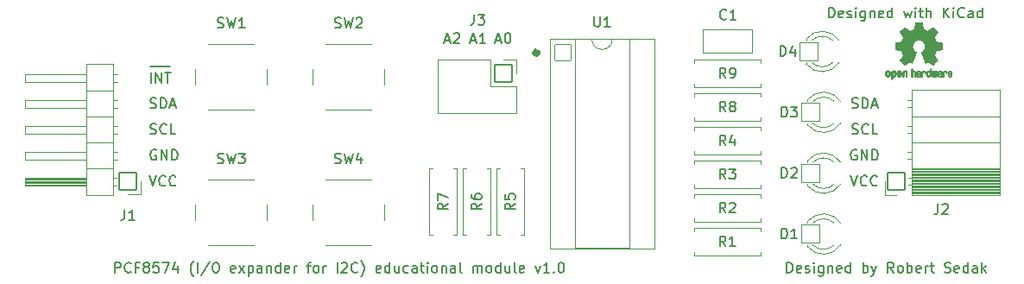
<source format=gto>
G04 #@! TF.GenerationSoftware,KiCad,Pcbnew,6.0.5-a6ca702e91~116~ubuntu20.04.1*
G04 #@! TF.CreationDate,2022-06-19T16:15:55+02:00*
G04 #@! TF.ProjectId,PCF8574,50434638-3537-4342-9e6b-696361645f70,1.0*
G04 #@! TF.SameCoordinates,Original*
G04 #@! TF.FileFunction,Legend,Top*
G04 #@! TF.FilePolarity,Positive*
%FSLAX46Y46*%
G04 Gerber Fmt 4.6, Leading zero omitted, Abs format (unit mm)*
G04 Created by KiCad (PCBNEW 6.0.5-a6ca702e91~116~ubuntu20.04.1) date 2022-06-19 16:15:55*
%MOMM*%
%LPD*%
G01*
G04 APERTURE LIST*
G04 Aperture macros list*
%AMRoundRect*
0 Rectangle with rounded corners*
0 $1 Rounding radius*
0 $2 $3 $4 $5 $6 $7 $8 $9 X,Y pos of 4 corners*
0 Add a 4 corners polygon primitive as box body*
4,1,4,$2,$3,$4,$5,$6,$7,$8,$9,$2,$3,0*
0 Add four circle primitives for the rounded corners*
1,1,$1+$1,$2,$3*
1,1,$1+$1,$4,$5*
1,1,$1+$1,$6,$7*
1,1,$1+$1,$8,$9*
0 Add four rect primitives between the rounded corners*
20,1,$1+$1,$2,$3,$4,$5,0*
20,1,$1+$1,$4,$5,$6,$7,0*
20,1,$1+$1,$6,$7,$8,$9,0*
20,1,$1+$1,$8,$9,$2,$3,0*%
G04 Aperture macros list end*
%ADD10C,0.200000*%
%ADD11C,0.600000*%
%ADD12C,0.150000*%
%ADD13C,0.120000*%
%ADD14C,0.010000*%
%ADD15C,1.702000*%
%ADD16O,1.702000X1.702000*%
%ADD17RoundRect,0.051000X-0.800000X-0.800000X0.800000X-0.800000X0.800000X0.800000X-0.800000X0.800000X0*%
%ADD18RoundRect,0.051000X-0.900000X-0.900000X0.900000X-0.900000X0.900000X0.900000X-0.900000X0.900000X0*%
%ADD19C,1.902000*%
%ADD20RoundRect,0.051000X0.850000X0.850000X-0.850000X0.850000X-0.850000X-0.850000X0.850000X-0.850000X0*%
%ADD21O,1.802000X1.802000*%
%ADD22RoundRect,0.051000X-0.850000X0.850000X-0.850000X-0.850000X0.850000X-0.850000X0.850000X0.850000X0*%
%ADD23C,1.502000*%
%ADD24C,2.102000*%
G04 APERTURE END LIST*
D10*
X65786000Y-97739200D02*
X67767200Y-97739200D01*
D11*
X103811902Y-96393000D02*
G75*
G03*
X103811902Y-96393000I-154502J0D01*
G01*
D10*
X94720514Y-95166666D02*
X95196704Y-95166666D01*
X94625276Y-95452380D02*
X94958609Y-94452380D01*
X95291942Y-95452380D01*
X95577657Y-94547619D02*
X95625276Y-94500000D01*
X95720514Y-94452380D01*
X95958609Y-94452380D01*
X96053847Y-94500000D01*
X96101466Y-94547619D01*
X96149085Y-94642857D01*
X96149085Y-94738095D01*
X96101466Y-94880952D01*
X95530038Y-95452380D01*
X96149085Y-95452380D01*
D12*
X62335595Y-117952380D02*
X62335595Y-116952380D01*
X62716547Y-116952380D01*
X62811785Y-117000000D01*
X62859404Y-117047619D01*
X62907023Y-117142857D01*
X62907023Y-117285714D01*
X62859404Y-117380952D01*
X62811785Y-117428571D01*
X62716547Y-117476190D01*
X62335595Y-117476190D01*
X63907023Y-117857142D02*
X63859404Y-117904761D01*
X63716547Y-117952380D01*
X63621309Y-117952380D01*
X63478452Y-117904761D01*
X63383214Y-117809523D01*
X63335595Y-117714285D01*
X63287976Y-117523809D01*
X63287976Y-117380952D01*
X63335595Y-117190476D01*
X63383214Y-117095238D01*
X63478452Y-117000000D01*
X63621309Y-116952380D01*
X63716547Y-116952380D01*
X63859404Y-117000000D01*
X63907023Y-117047619D01*
X64668928Y-117428571D02*
X64335595Y-117428571D01*
X64335595Y-117952380D02*
X64335595Y-116952380D01*
X64811785Y-116952380D01*
X65335595Y-117380952D02*
X65240357Y-117333333D01*
X65192738Y-117285714D01*
X65145119Y-117190476D01*
X65145119Y-117142857D01*
X65192738Y-117047619D01*
X65240357Y-117000000D01*
X65335595Y-116952380D01*
X65526071Y-116952380D01*
X65621309Y-117000000D01*
X65668928Y-117047619D01*
X65716547Y-117142857D01*
X65716547Y-117190476D01*
X65668928Y-117285714D01*
X65621309Y-117333333D01*
X65526071Y-117380952D01*
X65335595Y-117380952D01*
X65240357Y-117428571D01*
X65192738Y-117476190D01*
X65145119Y-117571428D01*
X65145119Y-117761904D01*
X65192738Y-117857142D01*
X65240357Y-117904761D01*
X65335595Y-117952380D01*
X65526071Y-117952380D01*
X65621309Y-117904761D01*
X65668928Y-117857142D01*
X65716547Y-117761904D01*
X65716547Y-117571428D01*
X65668928Y-117476190D01*
X65621309Y-117428571D01*
X65526071Y-117380952D01*
X66621309Y-116952380D02*
X66145119Y-116952380D01*
X66097500Y-117428571D01*
X66145119Y-117380952D01*
X66240357Y-117333333D01*
X66478452Y-117333333D01*
X66573690Y-117380952D01*
X66621309Y-117428571D01*
X66668928Y-117523809D01*
X66668928Y-117761904D01*
X66621309Y-117857142D01*
X66573690Y-117904761D01*
X66478452Y-117952380D01*
X66240357Y-117952380D01*
X66145119Y-117904761D01*
X66097500Y-117857142D01*
X67002261Y-116952380D02*
X67668928Y-116952380D01*
X67240357Y-117952380D01*
X68478452Y-117285714D02*
X68478452Y-117952380D01*
X68240357Y-116904761D02*
X68002261Y-117619047D01*
X68621309Y-117619047D01*
X70049880Y-118333333D02*
X70002261Y-118285714D01*
X69907023Y-118142857D01*
X69859404Y-118047619D01*
X69811785Y-117904761D01*
X69764166Y-117666666D01*
X69764166Y-117476190D01*
X69811785Y-117238095D01*
X69859404Y-117095238D01*
X69907023Y-117000000D01*
X70002261Y-116857142D01*
X70049880Y-116809523D01*
X70430833Y-117952380D02*
X70430833Y-116952380D01*
X71621309Y-116904761D02*
X70764166Y-118190476D01*
X72145119Y-116952380D02*
X72335595Y-116952380D01*
X72430833Y-117000000D01*
X72526071Y-117095238D01*
X72573690Y-117285714D01*
X72573690Y-117619047D01*
X72526071Y-117809523D01*
X72430833Y-117904761D01*
X72335595Y-117952380D01*
X72145119Y-117952380D01*
X72049880Y-117904761D01*
X71954642Y-117809523D01*
X71907023Y-117619047D01*
X71907023Y-117285714D01*
X71954642Y-117095238D01*
X72049880Y-117000000D01*
X72145119Y-116952380D01*
X74145119Y-117904761D02*
X74049880Y-117952380D01*
X73859404Y-117952380D01*
X73764166Y-117904761D01*
X73716547Y-117809523D01*
X73716547Y-117428571D01*
X73764166Y-117333333D01*
X73859404Y-117285714D01*
X74049880Y-117285714D01*
X74145119Y-117333333D01*
X74192738Y-117428571D01*
X74192738Y-117523809D01*
X73716547Y-117619047D01*
X74526071Y-117952380D02*
X75049880Y-117285714D01*
X74526071Y-117285714D02*
X75049880Y-117952380D01*
X75430833Y-117285714D02*
X75430833Y-118285714D01*
X75430833Y-117333333D02*
X75526071Y-117285714D01*
X75716547Y-117285714D01*
X75811785Y-117333333D01*
X75859404Y-117380952D01*
X75907023Y-117476190D01*
X75907023Y-117761904D01*
X75859404Y-117857142D01*
X75811785Y-117904761D01*
X75716547Y-117952380D01*
X75526071Y-117952380D01*
X75430833Y-117904761D01*
X76764166Y-117952380D02*
X76764166Y-117428571D01*
X76716547Y-117333333D01*
X76621309Y-117285714D01*
X76430833Y-117285714D01*
X76335595Y-117333333D01*
X76764166Y-117904761D02*
X76668928Y-117952380D01*
X76430833Y-117952380D01*
X76335595Y-117904761D01*
X76287976Y-117809523D01*
X76287976Y-117714285D01*
X76335595Y-117619047D01*
X76430833Y-117571428D01*
X76668928Y-117571428D01*
X76764166Y-117523809D01*
X77240357Y-117285714D02*
X77240357Y-117952380D01*
X77240357Y-117380952D02*
X77287976Y-117333333D01*
X77383214Y-117285714D01*
X77526071Y-117285714D01*
X77621309Y-117333333D01*
X77668928Y-117428571D01*
X77668928Y-117952380D01*
X78573690Y-117952380D02*
X78573690Y-116952380D01*
X78573690Y-117904761D02*
X78478452Y-117952380D01*
X78287976Y-117952380D01*
X78192738Y-117904761D01*
X78145119Y-117857142D01*
X78097500Y-117761904D01*
X78097500Y-117476190D01*
X78145119Y-117380952D01*
X78192738Y-117333333D01*
X78287976Y-117285714D01*
X78478452Y-117285714D01*
X78573690Y-117333333D01*
X79430833Y-117904761D02*
X79335595Y-117952380D01*
X79145119Y-117952380D01*
X79049880Y-117904761D01*
X79002261Y-117809523D01*
X79002261Y-117428571D01*
X79049880Y-117333333D01*
X79145119Y-117285714D01*
X79335595Y-117285714D01*
X79430833Y-117333333D01*
X79478452Y-117428571D01*
X79478452Y-117523809D01*
X79002261Y-117619047D01*
X79907023Y-117952380D02*
X79907023Y-117285714D01*
X79907023Y-117476190D02*
X79954642Y-117380952D01*
X80002261Y-117333333D01*
X80097500Y-117285714D01*
X80192738Y-117285714D01*
X81145119Y-117285714D02*
X81526071Y-117285714D01*
X81287976Y-117952380D02*
X81287976Y-117095238D01*
X81335595Y-117000000D01*
X81430833Y-116952380D01*
X81526071Y-116952380D01*
X82002261Y-117952380D02*
X81907023Y-117904761D01*
X81859404Y-117857142D01*
X81811785Y-117761904D01*
X81811785Y-117476190D01*
X81859404Y-117380952D01*
X81907023Y-117333333D01*
X82002261Y-117285714D01*
X82145119Y-117285714D01*
X82240357Y-117333333D01*
X82287976Y-117380952D01*
X82335595Y-117476190D01*
X82335595Y-117761904D01*
X82287976Y-117857142D01*
X82240357Y-117904761D01*
X82145119Y-117952380D01*
X82002261Y-117952380D01*
X82764166Y-117952380D02*
X82764166Y-117285714D01*
X82764166Y-117476190D02*
X82811785Y-117380952D01*
X82859404Y-117333333D01*
X82954642Y-117285714D01*
X83049880Y-117285714D01*
X84145119Y-117952380D02*
X84145119Y-116952380D01*
X84573690Y-117047619D02*
X84621309Y-117000000D01*
X84716547Y-116952380D01*
X84954642Y-116952380D01*
X85049880Y-117000000D01*
X85097500Y-117047619D01*
X85145119Y-117142857D01*
X85145119Y-117238095D01*
X85097500Y-117380952D01*
X84526071Y-117952380D01*
X85145119Y-117952380D01*
X86145119Y-117857142D02*
X86097500Y-117904761D01*
X85954642Y-117952380D01*
X85859404Y-117952380D01*
X85716547Y-117904761D01*
X85621309Y-117809523D01*
X85573690Y-117714285D01*
X85526071Y-117523809D01*
X85526071Y-117380952D01*
X85573690Y-117190476D01*
X85621309Y-117095238D01*
X85716547Y-117000000D01*
X85859404Y-116952380D01*
X85954642Y-116952380D01*
X86097500Y-117000000D01*
X86145119Y-117047619D01*
X86478452Y-118333333D02*
X86526071Y-118285714D01*
X86621309Y-118142857D01*
X86668928Y-118047619D01*
X86716547Y-117904761D01*
X86764166Y-117666666D01*
X86764166Y-117476190D01*
X86716547Y-117238095D01*
X86668928Y-117095238D01*
X86621309Y-117000000D01*
X86526071Y-116857142D01*
X86478452Y-116809523D01*
X88383214Y-117904761D02*
X88287976Y-117952380D01*
X88097500Y-117952380D01*
X88002261Y-117904761D01*
X87954642Y-117809523D01*
X87954642Y-117428571D01*
X88002261Y-117333333D01*
X88097500Y-117285714D01*
X88287976Y-117285714D01*
X88383214Y-117333333D01*
X88430833Y-117428571D01*
X88430833Y-117523809D01*
X87954642Y-117619047D01*
X89287976Y-117952380D02*
X89287976Y-116952380D01*
X89287976Y-117904761D02*
X89192738Y-117952380D01*
X89002261Y-117952380D01*
X88907023Y-117904761D01*
X88859404Y-117857142D01*
X88811785Y-117761904D01*
X88811785Y-117476190D01*
X88859404Y-117380952D01*
X88907023Y-117333333D01*
X89002261Y-117285714D01*
X89192738Y-117285714D01*
X89287976Y-117333333D01*
X90192738Y-117285714D02*
X90192738Y-117952380D01*
X89764166Y-117285714D02*
X89764166Y-117809523D01*
X89811785Y-117904761D01*
X89907023Y-117952380D01*
X90049880Y-117952380D01*
X90145119Y-117904761D01*
X90192738Y-117857142D01*
X91097500Y-117904761D02*
X91002261Y-117952380D01*
X90811785Y-117952380D01*
X90716547Y-117904761D01*
X90668928Y-117857142D01*
X90621309Y-117761904D01*
X90621309Y-117476190D01*
X90668928Y-117380952D01*
X90716547Y-117333333D01*
X90811785Y-117285714D01*
X91002261Y-117285714D01*
X91097500Y-117333333D01*
X91954642Y-117952380D02*
X91954642Y-117428571D01*
X91907023Y-117333333D01*
X91811785Y-117285714D01*
X91621309Y-117285714D01*
X91526071Y-117333333D01*
X91954642Y-117904761D02*
X91859404Y-117952380D01*
X91621309Y-117952380D01*
X91526071Y-117904761D01*
X91478452Y-117809523D01*
X91478452Y-117714285D01*
X91526071Y-117619047D01*
X91621309Y-117571428D01*
X91859404Y-117571428D01*
X91954642Y-117523809D01*
X92287976Y-117285714D02*
X92668928Y-117285714D01*
X92430833Y-116952380D02*
X92430833Y-117809523D01*
X92478452Y-117904761D01*
X92573690Y-117952380D01*
X92668928Y-117952380D01*
X93002261Y-117952380D02*
X93002261Y-117285714D01*
X93002261Y-116952380D02*
X92954642Y-117000000D01*
X93002261Y-117047619D01*
X93049880Y-117000000D01*
X93002261Y-116952380D01*
X93002261Y-117047619D01*
X93621309Y-117952380D02*
X93526071Y-117904761D01*
X93478452Y-117857142D01*
X93430833Y-117761904D01*
X93430833Y-117476190D01*
X93478452Y-117380952D01*
X93526071Y-117333333D01*
X93621309Y-117285714D01*
X93764166Y-117285714D01*
X93859404Y-117333333D01*
X93907023Y-117380952D01*
X93954642Y-117476190D01*
X93954642Y-117761904D01*
X93907023Y-117857142D01*
X93859404Y-117904761D01*
X93764166Y-117952380D01*
X93621309Y-117952380D01*
X94383214Y-117285714D02*
X94383214Y-117952380D01*
X94383214Y-117380952D02*
X94430833Y-117333333D01*
X94526071Y-117285714D01*
X94668928Y-117285714D01*
X94764166Y-117333333D01*
X94811785Y-117428571D01*
X94811785Y-117952380D01*
X95716547Y-117952380D02*
X95716547Y-117428571D01*
X95668928Y-117333333D01*
X95573690Y-117285714D01*
X95383214Y-117285714D01*
X95287976Y-117333333D01*
X95716547Y-117904761D02*
X95621309Y-117952380D01*
X95383214Y-117952380D01*
X95287976Y-117904761D01*
X95240357Y-117809523D01*
X95240357Y-117714285D01*
X95287976Y-117619047D01*
X95383214Y-117571428D01*
X95621309Y-117571428D01*
X95716547Y-117523809D01*
X96335595Y-117952380D02*
X96240357Y-117904761D01*
X96192738Y-117809523D01*
X96192738Y-116952380D01*
X97478452Y-117952380D02*
X97478452Y-117285714D01*
X97478452Y-117380952D02*
X97526071Y-117333333D01*
X97621309Y-117285714D01*
X97764166Y-117285714D01*
X97859404Y-117333333D01*
X97907023Y-117428571D01*
X97907023Y-117952380D01*
X97907023Y-117428571D02*
X97954642Y-117333333D01*
X98049880Y-117285714D01*
X98192738Y-117285714D01*
X98287976Y-117333333D01*
X98335595Y-117428571D01*
X98335595Y-117952380D01*
X98954642Y-117952380D02*
X98859404Y-117904761D01*
X98811785Y-117857142D01*
X98764166Y-117761904D01*
X98764166Y-117476190D01*
X98811785Y-117380952D01*
X98859404Y-117333333D01*
X98954642Y-117285714D01*
X99097500Y-117285714D01*
X99192738Y-117333333D01*
X99240357Y-117380952D01*
X99287976Y-117476190D01*
X99287976Y-117761904D01*
X99240357Y-117857142D01*
X99192738Y-117904761D01*
X99097500Y-117952380D01*
X98954642Y-117952380D01*
X100145119Y-117952380D02*
X100145119Y-116952380D01*
X100145119Y-117904761D02*
X100049880Y-117952380D01*
X99859404Y-117952380D01*
X99764166Y-117904761D01*
X99716547Y-117857142D01*
X99668928Y-117761904D01*
X99668928Y-117476190D01*
X99716547Y-117380952D01*
X99764166Y-117333333D01*
X99859404Y-117285714D01*
X100049880Y-117285714D01*
X100145119Y-117333333D01*
X101049880Y-117285714D02*
X101049880Y-117952380D01*
X100621309Y-117285714D02*
X100621309Y-117809523D01*
X100668928Y-117904761D01*
X100764166Y-117952380D01*
X100907023Y-117952380D01*
X101002261Y-117904761D01*
X101049880Y-117857142D01*
X101668928Y-117952380D02*
X101573690Y-117904761D01*
X101526071Y-117809523D01*
X101526071Y-116952380D01*
X102430833Y-117904761D02*
X102335595Y-117952380D01*
X102145119Y-117952380D01*
X102049880Y-117904761D01*
X102002261Y-117809523D01*
X102002261Y-117428571D01*
X102049880Y-117333333D01*
X102145119Y-117285714D01*
X102335595Y-117285714D01*
X102430833Y-117333333D01*
X102478452Y-117428571D01*
X102478452Y-117523809D01*
X102002261Y-117619047D01*
X103573690Y-117285714D02*
X103811785Y-117952380D01*
X104049880Y-117285714D01*
X104954642Y-117952380D02*
X104383214Y-117952380D01*
X104668928Y-117952380D02*
X104668928Y-116952380D01*
X104573690Y-117095238D01*
X104478452Y-117190476D01*
X104383214Y-117238095D01*
X105383214Y-117857142D02*
X105430833Y-117904761D01*
X105383214Y-117952380D01*
X105335595Y-117904761D01*
X105383214Y-117857142D01*
X105383214Y-117952380D01*
X106049880Y-116952380D02*
X106145119Y-116952380D01*
X106240357Y-117000000D01*
X106287976Y-117047619D01*
X106335595Y-117142857D01*
X106383214Y-117333333D01*
X106383214Y-117571428D01*
X106335595Y-117761904D01*
X106287976Y-117857142D01*
X106240357Y-117904761D01*
X106145119Y-117952380D01*
X106049880Y-117952380D01*
X105954642Y-117904761D01*
X105907023Y-117857142D01*
X105859404Y-117761904D01*
X105811785Y-117571428D01*
X105811785Y-117333333D01*
X105859404Y-117142857D01*
X105907023Y-117047619D01*
X105954642Y-117000000D01*
X106049880Y-116952380D01*
X128234704Y-117952380D02*
X128234704Y-116952380D01*
X128472800Y-116952380D01*
X128615657Y-117000000D01*
X128710895Y-117095238D01*
X128758514Y-117190476D01*
X128806133Y-117380952D01*
X128806133Y-117523809D01*
X128758514Y-117714285D01*
X128710895Y-117809523D01*
X128615657Y-117904761D01*
X128472800Y-117952380D01*
X128234704Y-117952380D01*
X129615657Y-117904761D02*
X129520419Y-117952380D01*
X129329942Y-117952380D01*
X129234704Y-117904761D01*
X129187085Y-117809523D01*
X129187085Y-117428571D01*
X129234704Y-117333333D01*
X129329942Y-117285714D01*
X129520419Y-117285714D01*
X129615657Y-117333333D01*
X129663276Y-117428571D01*
X129663276Y-117523809D01*
X129187085Y-117619047D01*
X130044228Y-117904761D02*
X130139466Y-117952380D01*
X130329942Y-117952380D01*
X130425180Y-117904761D01*
X130472800Y-117809523D01*
X130472800Y-117761904D01*
X130425180Y-117666666D01*
X130329942Y-117619047D01*
X130187085Y-117619047D01*
X130091847Y-117571428D01*
X130044228Y-117476190D01*
X130044228Y-117428571D01*
X130091847Y-117333333D01*
X130187085Y-117285714D01*
X130329942Y-117285714D01*
X130425180Y-117333333D01*
X130901371Y-117952380D02*
X130901371Y-117285714D01*
X130901371Y-116952380D02*
X130853752Y-117000000D01*
X130901371Y-117047619D01*
X130948990Y-117000000D01*
X130901371Y-116952380D01*
X130901371Y-117047619D01*
X131806133Y-117285714D02*
X131806133Y-118095238D01*
X131758514Y-118190476D01*
X131710895Y-118238095D01*
X131615657Y-118285714D01*
X131472800Y-118285714D01*
X131377561Y-118238095D01*
X131806133Y-117904761D02*
X131710895Y-117952380D01*
X131520419Y-117952380D01*
X131425180Y-117904761D01*
X131377561Y-117857142D01*
X131329942Y-117761904D01*
X131329942Y-117476190D01*
X131377561Y-117380952D01*
X131425180Y-117333333D01*
X131520419Y-117285714D01*
X131710895Y-117285714D01*
X131806133Y-117333333D01*
X132282323Y-117285714D02*
X132282323Y-117952380D01*
X132282323Y-117380952D02*
X132329942Y-117333333D01*
X132425180Y-117285714D01*
X132568038Y-117285714D01*
X132663276Y-117333333D01*
X132710895Y-117428571D01*
X132710895Y-117952380D01*
X133568038Y-117904761D02*
X133472800Y-117952380D01*
X133282323Y-117952380D01*
X133187085Y-117904761D01*
X133139466Y-117809523D01*
X133139466Y-117428571D01*
X133187085Y-117333333D01*
X133282323Y-117285714D01*
X133472800Y-117285714D01*
X133568038Y-117333333D01*
X133615657Y-117428571D01*
X133615657Y-117523809D01*
X133139466Y-117619047D01*
X134472800Y-117952380D02*
X134472800Y-116952380D01*
X134472800Y-117904761D02*
X134377561Y-117952380D01*
X134187085Y-117952380D01*
X134091847Y-117904761D01*
X134044228Y-117857142D01*
X133996609Y-117761904D01*
X133996609Y-117476190D01*
X134044228Y-117380952D01*
X134091847Y-117333333D01*
X134187085Y-117285714D01*
X134377561Y-117285714D01*
X134472800Y-117333333D01*
X135710895Y-117952380D02*
X135710895Y-116952380D01*
X135710895Y-117333333D02*
X135806133Y-117285714D01*
X135996609Y-117285714D01*
X136091847Y-117333333D01*
X136139466Y-117380952D01*
X136187085Y-117476190D01*
X136187085Y-117761904D01*
X136139466Y-117857142D01*
X136091847Y-117904761D01*
X135996609Y-117952380D01*
X135806133Y-117952380D01*
X135710895Y-117904761D01*
X136520419Y-117285714D02*
X136758514Y-117952380D01*
X136996609Y-117285714D02*
X136758514Y-117952380D01*
X136663276Y-118190476D01*
X136615657Y-118238095D01*
X136520419Y-118285714D01*
X138710895Y-117952380D02*
X138377561Y-117476190D01*
X138139466Y-117952380D02*
X138139466Y-116952380D01*
X138520419Y-116952380D01*
X138615657Y-117000000D01*
X138663276Y-117047619D01*
X138710895Y-117142857D01*
X138710895Y-117285714D01*
X138663276Y-117380952D01*
X138615657Y-117428571D01*
X138520419Y-117476190D01*
X138139466Y-117476190D01*
X139282323Y-117952380D02*
X139187085Y-117904761D01*
X139139466Y-117857142D01*
X139091847Y-117761904D01*
X139091847Y-117476190D01*
X139139466Y-117380952D01*
X139187085Y-117333333D01*
X139282323Y-117285714D01*
X139425180Y-117285714D01*
X139520419Y-117333333D01*
X139568038Y-117380952D01*
X139615657Y-117476190D01*
X139615657Y-117761904D01*
X139568038Y-117857142D01*
X139520419Y-117904761D01*
X139425180Y-117952380D01*
X139282323Y-117952380D01*
X140044228Y-117952380D02*
X140044228Y-116952380D01*
X140044228Y-117333333D02*
X140139466Y-117285714D01*
X140329942Y-117285714D01*
X140425180Y-117333333D01*
X140472800Y-117380952D01*
X140520419Y-117476190D01*
X140520419Y-117761904D01*
X140472800Y-117857142D01*
X140425180Y-117904761D01*
X140329942Y-117952380D01*
X140139466Y-117952380D01*
X140044228Y-117904761D01*
X141329942Y-117904761D02*
X141234704Y-117952380D01*
X141044228Y-117952380D01*
X140948990Y-117904761D01*
X140901371Y-117809523D01*
X140901371Y-117428571D01*
X140948990Y-117333333D01*
X141044228Y-117285714D01*
X141234704Y-117285714D01*
X141329942Y-117333333D01*
X141377561Y-117428571D01*
X141377561Y-117523809D01*
X140901371Y-117619047D01*
X141806133Y-117952380D02*
X141806133Y-117285714D01*
X141806133Y-117476190D02*
X141853752Y-117380952D01*
X141901371Y-117333333D01*
X141996609Y-117285714D01*
X142091847Y-117285714D01*
X142282323Y-117285714D02*
X142663276Y-117285714D01*
X142425180Y-116952380D02*
X142425180Y-117809523D01*
X142472800Y-117904761D01*
X142568038Y-117952380D01*
X142663276Y-117952380D01*
X143710895Y-117904761D02*
X143853752Y-117952380D01*
X144091847Y-117952380D01*
X144187085Y-117904761D01*
X144234704Y-117857142D01*
X144282323Y-117761904D01*
X144282323Y-117666666D01*
X144234704Y-117571428D01*
X144187085Y-117523809D01*
X144091847Y-117476190D01*
X143901371Y-117428571D01*
X143806133Y-117380952D01*
X143758514Y-117333333D01*
X143710895Y-117238095D01*
X143710895Y-117142857D01*
X143758514Y-117047619D01*
X143806133Y-117000000D01*
X143901371Y-116952380D01*
X144139466Y-116952380D01*
X144282323Y-117000000D01*
X145091847Y-117904761D02*
X144996609Y-117952380D01*
X144806133Y-117952380D01*
X144710895Y-117904761D01*
X144663276Y-117809523D01*
X144663276Y-117428571D01*
X144710895Y-117333333D01*
X144806133Y-117285714D01*
X144996609Y-117285714D01*
X145091847Y-117333333D01*
X145139466Y-117428571D01*
X145139466Y-117523809D01*
X144663276Y-117619047D01*
X145996609Y-117952380D02*
X145996609Y-116952380D01*
X145996609Y-117904761D02*
X145901371Y-117952380D01*
X145710895Y-117952380D01*
X145615657Y-117904761D01*
X145568038Y-117857142D01*
X145520419Y-117761904D01*
X145520419Y-117476190D01*
X145568038Y-117380952D01*
X145615657Y-117333333D01*
X145710895Y-117285714D01*
X145901371Y-117285714D01*
X145996609Y-117333333D01*
X146901371Y-117952380D02*
X146901371Y-117428571D01*
X146853752Y-117333333D01*
X146758514Y-117285714D01*
X146568038Y-117285714D01*
X146472800Y-117333333D01*
X146901371Y-117904761D02*
X146806133Y-117952380D01*
X146568038Y-117952380D01*
X146472800Y-117904761D01*
X146425180Y-117809523D01*
X146425180Y-117714285D01*
X146472800Y-117619047D01*
X146568038Y-117571428D01*
X146806133Y-117571428D01*
X146901371Y-117523809D01*
X147377561Y-117952380D02*
X147377561Y-116952380D01*
X147472800Y-117571428D02*
X147758514Y-117952380D01*
X147758514Y-117285714D02*
X147377561Y-117666666D01*
D10*
X65725238Y-108443780D02*
X66058571Y-109443780D01*
X66391904Y-108443780D01*
X67296666Y-109348542D02*
X67249047Y-109396161D01*
X67106190Y-109443780D01*
X67010952Y-109443780D01*
X66868095Y-109396161D01*
X66772857Y-109300923D01*
X66725238Y-109205685D01*
X66677619Y-109015209D01*
X66677619Y-108872352D01*
X66725238Y-108681876D01*
X66772857Y-108586638D01*
X66868095Y-108491400D01*
X67010952Y-108443780D01*
X67106190Y-108443780D01*
X67249047Y-108491400D01*
X67296666Y-108539019D01*
X68296666Y-109348542D02*
X68249047Y-109396161D01*
X68106190Y-109443780D01*
X68010952Y-109443780D01*
X67868095Y-109396161D01*
X67772857Y-109300923D01*
X67725238Y-109205685D01*
X67677619Y-109015209D01*
X67677619Y-108872352D01*
X67725238Y-108681876D01*
X67772857Y-108586638D01*
X67868095Y-108491400D01*
X68010952Y-108443780D01*
X68106190Y-108443780D01*
X68249047Y-108491400D01*
X68296666Y-108539019D01*
X65820476Y-101776161D02*
X65963333Y-101823780D01*
X66201428Y-101823780D01*
X66296666Y-101776161D01*
X66344285Y-101728542D01*
X66391904Y-101633304D01*
X66391904Y-101538066D01*
X66344285Y-101442828D01*
X66296666Y-101395209D01*
X66201428Y-101347590D01*
X66010952Y-101299971D01*
X65915714Y-101252352D01*
X65868095Y-101204733D01*
X65820476Y-101109495D01*
X65820476Y-101014257D01*
X65868095Y-100919019D01*
X65915714Y-100871400D01*
X66010952Y-100823780D01*
X66249047Y-100823780D01*
X66391904Y-100871400D01*
X66820476Y-101823780D02*
X66820476Y-100823780D01*
X67058571Y-100823780D01*
X67201428Y-100871400D01*
X67296666Y-100966638D01*
X67344285Y-101061876D01*
X67391904Y-101252352D01*
X67391904Y-101395209D01*
X67344285Y-101585685D01*
X67296666Y-101680923D01*
X67201428Y-101776161D01*
X67058571Y-101823780D01*
X66820476Y-101823780D01*
X67772857Y-101538066D02*
X68249047Y-101538066D01*
X67677619Y-101823780D02*
X68010952Y-100823780D01*
X68344285Y-101823780D01*
X134643523Y-104316161D02*
X134786380Y-104363780D01*
X135024476Y-104363780D01*
X135119714Y-104316161D01*
X135167333Y-104268542D01*
X135214952Y-104173304D01*
X135214952Y-104078066D01*
X135167333Y-103982828D01*
X135119714Y-103935209D01*
X135024476Y-103887590D01*
X134834000Y-103839971D01*
X134738761Y-103792352D01*
X134691142Y-103744733D01*
X134643523Y-103649495D01*
X134643523Y-103554257D01*
X134691142Y-103459019D01*
X134738761Y-103411400D01*
X134834000Y-103363780D01*
X135072095Y-103363780D01*
X135214952Y-103411400D01*
X136214952Y-104268542D02*
X136167333Y-104316161D01*
X136024476Y-104363780D01*
X135929238Y-104363780D01*
X135786380Y-104316161D01*
X135691142Y-104220923D01*
X135643523Y-104125685D01*
X135595904Y-103935209D01*
X135595904Y-103792352D01*
X135643523Y-103601876D01*
X135691142Y-103506638D01*
X135786380Y-103411400D01*
X135929238Y-103363780D01*
X136024476Y-103363780D01*
X136167333Y-103411400D01*
X136214952Y-103459019D01*
X137119714Y-104363780D02*
X136643523Y-104363780D01*
X136643523Y-103363780D01*
X135072095Y-105951400D02*
X134976857Y-105903780D01*
X134834000Y-105903780D01*
X134691142Y-105951400D01*
X134595904Y-106046638D01*
X134548285Y-106141876D01*
X134500666Y-106332352D01*
X134500666Y-106475209D01*
X134548285Y-106665685D01*
X134595904Y-106760923D01*
X134691142Y-106856161D01*
X134834000Y-106903780D01*
X134929238Y-106903780D01*
X135072095Y-106856161D01*
X135119714Y-106808542D01*
X135119714Y-106475209D01*
X134929238Y-106475209D01*
X135548285Y-106903780D02*
X135548285Y-105903780D01*
X136119714Y-106903780D01*
X136119714Y-105903780D01*
X136595904Y-106903780D02*
X136595904Y-105903780D01*
X136834000Y-105903780D01*
X136976857Y-105951400D01*
X137072095Y-106046638D01*
X137119714Y-106141876D01*
X137167333Y-106332352D01*
X137167333Y-106475209D01*
X137119714Y-106665685D01*
X137072095Y-106760923D01*
X136976857Y-106856161D01*
X136834000Y-106903780D01*
X136595904Y-106903780D01*
X134619714Y-101776161D02*
X134762571Y-101823780D01*
X135000666Y-101823780D01*
X135095904Y-101776161D01*
X135143523Y-101728542D01*
X135191142Y-101633304D01*
X135191142Y-101538066D01*
X135143523Y-101442828D01*
X135095904Y-101395209D01*
X135000666Y-101347590D01*
X134810190Y-101299971D01*
X134714952Y-101252352D01*
X134667333Y-101204733D01*
X134619714Y-101109495D01*
X134619714Y-101014257D01*
X134667333Y-100919019D01*
X134714952Y-100871400D01*
X134810190Y-100823780D01*
X135048285Y-100823780D01*
X135191142Y-100871400D01*
X135619714Y-101823780D02*
X135619714Y-100823780D01*
X135857809Y-100823780D01*
X136000666Y-100871400D01*
X136095904Y-100966638D01*
X136143523Y-101061876D01*
X136191142Y-101252352D01*
X136191142Y-101395209D01*
X136143523Y-101585685D01*
X136095904Y-101680923D01*
X136000666Y-101776161D01*
X135857809Y-101823780D01*
X135619714Y-101823780D01*
X136572095Y-101538066D02*
X137048285Y-101538066D01*
X136476857Y-101823780D02*
X136810190Y-100823780D01*
X137143523Y-101823780D01*
X134500666Y-108443780D02*
X134834000Y-109443780D01*
X135167333Y-108443780D01*
X136072095Y-109348542D02*
X136024476Y-109396161D01*
X135881619Y-109443780D01*
X135786380Y-109443780D01*
X135643523Y-109396161D01*
X135548285Y-109300923D01*
X135500666Y-109205685D01*
X135453047Y-109015209D01*
X135453047Y-108872352D01*
X135500666Y-108681876D01*
X135548285Y-108586638D01*
X135643523Y-108491400D01*
X135786380Y-108443780D01*
X135881619Y-108443780D01*
X136024476Y-108491400D01*
X136072095Y-108539019D01*
X137072095Y-109348542D02*
X137024476Y-109396161D01*
X136881619Y-109443780D01*
X136786380Y-109443780D01*
X136643523Y-109396161D01*
X136548285Y-109300923D01*
X136500666Y-109205685D01*
X136453047Y-109015209D01*
X136453047Y-108872352D01*
X136500666Y-108681876D01*
X136548285Y-108586638D01*
X136643523Y-108491400D01*
X136786380Y-108443780D01*
X136881619Y-108443780D01*
X137024476Y-108491400D01*
X137072095Y-108539019D01*
X65868095Y-99309180D02*
X65868095Y-98309180D01*
X66344285Y-99309180D02*
X66344285Y-98309180D01*
X66915714Y-99309180D01*
X66915714Y-98309180D01*
X67249047Y-98309180D02*
X67820476Y-98309180D01*
X67534761Y-99309180D02*
X67534761Y-98309180D01*
X65820476Y-104316161D02*
X65963333Y-104363780D01*
X66201428Y-104363780D01*
X66296666Y-104316161D01*
X66344285Y-104268542D01*
X66391904Y-104173304D01*
X66391904Y-104078066D01*
X66344285Y-103982828D01*
X66296666Y-103935209D01*
X66201428Y-103887590D01*
X66010952Y-103839971D01*
X65915714Y-103792352D01*
X65868095Y-103744733D01*
X65820476Y-103649495D01*
X65820476Y-103554257D01*
X65868095Y-103459019D01*
X65915714Y-103411400D01*
X66010952Y-103363780D01*
X66249047Y-103363780D01*
X66391904Y-103411400D01*
X67391904Y-104268542D02*
X67344285Y-104316161D01*
X67201428Y-104363780D01*
X67106190Y-104363780D01*
X66963333Y-104316161D01*
X66868095Y-104220923D01*
X66820476Y-104125685D01*
X66772857Y-103935209D01*
X66772857Y-103792352D01*
X66820476Y-103601876D01*
X66868095Y-103506638D01*
X66963333Y-103411400D01*
X67106190Y-103363780D01*
X67201428Y-103363780D01*
X67344285Y-103411400D01*
X67391904Y-103459019D01*
X68296666Y-104363780D02*
X67820476Y-104363780D01*
X67820476Y-103363780D01*
D12*
X132335595Y-92952380D02*
X132335595Y-91952380D01*
X132573690Y-91952380D01*
X132716547Y-92000000D01*
X132811785Y-92095238D01*
X132859404Y-92190476D01*
X132907023Y-92380952D01*
X132907023Y-92523809D01*
X132859404Y-92714285D01*
X132811785Y-92809523D01*
X132716547Y-92904761D01*
X132573690Y-92952380D01*
X132335595Y-92952380D01*
X133716547Y-92904761D02*
X133621309Y-92952380D01*
X133430833Y-92952380D01*
X133335595Y-92904761D01*
X133287976Y-92809523D01*
X133287976Y-92428571D01*
X133335595Y-92333333D01*
X133430833Y-92285714D01*
X133621309Y-92285714D01*
X133716547Y-92333333D01*
X133764166Y-92428571D01*
X133764166Y-92523809D01*
X133287976Y-92619047D01*
X134145119Y-92904761D02*
X134240357Y-92952380D01*
X134430833Y-92952380D01*
X134526071Y-92904761D01*
X134573690Y-92809523D01*
X134573690Y-92761904D01*
X134526071Y-92666666D01*
X134430833Y-92619047D01*
X134287976Y-92619047D01*
X134192738Y-92571428D01*
X134145119Y-92476190D01*
X134145119Y-92428571D01*
X134192738Y-92333333D01*
X134287976Y-92285714D01*
X134430833Y-92285714D01*
X134526071Y-92333333D01*
X135002261Y-92952380D02*
X135002261Y-92285714D01*
X135002261Y-91952380D02*
X134954642Y-92000000D01*
X135002261Y-92047619D01*
X135049880Y-92000000D01*
X135002261Y-91952380D01*
X135002261Y-92047619D01*
X135907023Y-92285714D02*
X135907023Y-93095238D01*
X135859404Y-93190476D01*
X135811785Y-93238095D01*
X135716547Y-93285714D01*
X135573690Y-93285714D01*
X135478452Y-93238095D01*
X135907023Y-92904761D02*
X135811785Y-92952380D01*
X135621309Y-92952380D01*
X135526071Y-92904761D01*
X135478452Y-92857142D01*
X135430833Y-92761904D01*
X135430833Y-92476190D01*
X135478452Y-92380952D01*
X135526071Y-92333333D01*
X135621309Y-92285714D01*
X135811785Y-92285714D01*
X135907023Y-92333333D01*
X136383214Y-92285714D02*
X136383214Y-92952380D01*
X136383214Y-92380952D02*
X136430833Y-92333333D01*
X136526071Y-92285714D01*
X136668928Y-92285714D01*
X136764166Y-92333333D01*
X136811785Y-92428571D01*
X136811785Y-92952380D01*
X137668928Y-92904761D02*
X137573690Y-92952380D01*
X137383214Y-92952380D01*
X137287976Y-92904761D01*
X137240357Y-92809523D01*
X137240357Y-92428571D01*
X137287976Y-92333333D01*
X137383214Y-92285714D01*
X137573690Y-92285714D01*
X137668928Y-92333333D01*
X137716547Y-92428571D01*
X137716547Y-92523809D01*
X137240357Y-92619047D01*
X138573690Y-92952380D02*
X138573690Y-91952380D01*
X138573690Y-92904761D02*
X138478452Y-92952380D01*
X138287976Y-92952380D01*
X138192738Y-92904761D01*
X138145119Y-92857142D01*
X138097500Y-92761904D01*
X138097500Y-92476190D01*
X138145119Y-92380952D01*
X138192738Y-92333333D01*
X138287976Y-92285714D01*
X138478452Y-92285714D01*
X138573690Y-92333333D01*
X139716547Y-92285714D02*
X139907023Y-92952380D01*
X140097500Y-92476190D01*
X140287976Y-92952380D01*
X140478452Y-92285714D01*
X140859404Y-92952380D02*
X140859404Y-92285714D01*
X140859404Y-91952380D02*
X140811785Y-92000000D01*
X140859404Y-92047619D01*
X140907023Y-92000000D01*
X140859404Y-91952380D01*
X140859404Y-92047619D01*
X141192738Y-92285714D02*
X141573690Y-92285714D01*
X141335595Y-91952380D02*
X141335595Y-92809523D01*
X141383214Y-92904761D01*
X141478452Y-92952380D01*
X141573690Y-92952380D01*
X141907023Y-92952380D02*
X141907023Y-91952380D01*
X142335595Y-92952380D02*
X142335595Y-92428571D01*
X142287976Y-92333333D01*
X142192738Y-92285714D01*
X142049880Y-92285714D01*
X141954642Y-92333333D01*
X141907023Y-92380952D01*
X143573690Y-92952380D02*
X143573690Y-91952380D01*
X144145119Y-92952380D02*
X143716547Y-92380952D01*
X144145119Y-91952380D02*
X143573690Y-92523809D01*
X144573690Y-92952380D02*
X144573690Y-92285714D01*
X144573690Y-91952380D02*
X144526071Y-92000000D01*
X144573690Y-92047619D01*
X144621309Y-92000000D01*
X144573690Y-91952380D01*
X144573690Y-92047619D01*
X145621309Y-92857142D02*
X145573690Y-92904761D01*
X145430833Y-92952380D01*
X145335595Y-92952380D01*
X145192738Y-92904761D01*
X145097500Y-92809523D01*
X145049880Y-92714285D01*
X145002261Y-92523809D01*
X145002261Y-92380952D01*
X145049880Y-92190476D01*
X145097500Y-92095238D01*
X145192738Y-92000000D01*
X145335595Y-91952380D01*
X145430833Y-91952380D01*
X145573690Y-92000000D01*
X145621309Y-92047619D01*
X146478452Y-92952380D02*
X146478452Y-92428571D01*
X146430833Y-92333333D01*
X146335595Y-92285714D01*
X146145119Y-92285714D01*
X146049880Y-92333333D01*
X146478452Y-92904761D02*
X146383214Y-92952380D01*
X146145119Y-92952380D01*
X146049880Y-92904761D01*
X146002261Y-92809523D01*
X146002261Y-92714285D01*
X146049880Y-92619047D01*
X146145119Y-92571428D01*
X146383214Y-92571428D01*
X146478452Y-92523809D01*
X147383214Y-92952380D02*
X147383214Y-91952380D01*
X147383214Y-92904761D02*
X147287976Y-92952380D01*
X147097500Y-92952380D01*
X147002261Y-92904761D01*
X146954642Y-92857142D01*
X146907023Y-92761904D01*
X146907023Y-92476190D01*
X146954642Y-92380952D01*
X147002261Y-92333333D01*
X147097500Y-92285714D01*
X147287976Y-92285714D01*
X147383214Y-92333333D01*
D10*
X97253514Y-95166666D02*
X97729704Y-95166666D01*
X97158276Y-95452380D02*
X97491609Y-94452380D01*
X97824942Y-95452380D01*
X98682085Y-95452380D02*
X98110657Y-95452380D01*
X98396371Y-95452380D02*
X98396371Y-94452380D01*
X98301133Y-94595238D01*
X98205895Y-94690476D01*
X98110657Y-94738095D01*
X66391904Y-105951400D02*
X66296666Y-105903780D01*
X66153809Y-105903780D01*
X66010952Y-105951400D01*
X65915714Y-106046638D01*
X65868095Y-106141876D01*
X65820476Y-106332352D01*
X65820476Y-106475209D01*
X65868095Y-106665685D01*
X65915714Y-106760923D01*
X66010952Y-106856161D01*
X66153809Y-106903780D01*
X66249047Y-106903780D01*
X66391904Y-106856161D01*
X66439523Y-106808542D01*
X66439523Y-106475209D01*
X66249047Y-106475209D01*
X66868095Y-106903780D02*
X66868095Y-105903780D01*
X67439523Y-106903780D01*
X67439523Y-105903780D01*
X67915714Y-106903780D02*
X67915714Y-105903780D01*
X68153809Y-105903780D01*
X68296666Y-105951400D01*
X68391904Y-106046638D01*
X68439523Y-106141876D01*
X68487142Y-106332352D01*
X68487142Y-106475209D01*
X68439523Y-106665685D01*
X68391904Y-106760923D01*
X68296666Y-106856161D01*
X68153809Y-106903780D01*
X67915714Y-106903780D01*
X99720514Y-95166666D02*
X100196704Y-95166666D01*
X99625276Y-95452380D02*
X99958609Y-94452380D01*
X100291942Y-95452380D01*
X100815752Y-94452380D02*
X100910990Y-94452380D01*
X101006228Y-94500000D01*
X101053847Y-94547619D01*
X101101466Y-94642857D01*
X101149085Y-94833333D01*
X101149085Y-95071428D01*
X101101466Y-95261904D01*
X101053847Y-95357142D01*
X101006228Y-95404761D01*
X100910990Y-95452380D01*
X100815752Y-95452380D01*
X100720514Y-95404761D01*
X100672895Y-95357142D01*
X100625276Y-95261904D01*
X100577657Y-95071428D01*
X100577657Y-94833333D01*
X100625276Y-94642857D01*
X100672895Y-94547619D01*
X100720514Y-94500000D01*
X100815752Y-94452380D01*
D12*
X122235933Y-102179380D02*
X121902600Y-101703190D01*
X121664504Y-102179380D02*
X121664504Y-101179380D01*
X122045457Y-101179380D01*
X122140695Y-101227000D01*
X122188314Y-101274619D01*
X122235933Y-101369857D01*
X122235933Y-101512714D01*
X122188314Y-101607952D01*
X122140695Y-101655571D01*
X122045457Y-101703190D01*
X121664504Y-101703190D01*
X122807361Y-101607952D02*
X122712123Y-101560333D01*
X122664504Y-101512714D01*
X122616885Y-101417476D01*
X122616885Y-101369857D01*
X122664504Y-101274619D01*
X122712123Y-101227000D01*
X122807361Y-101179380D01*
X122997838Y-101179380D01*
X123093076Y-101227000D01*
X123140695Y-101274619D01*
X123188314Y-101369857D01*
X123188314Y-101417476D01*
X123140695Y-101512714D01*
X123093076Y-101560333D01*
X122997838Y-101607952D01*
X122807361Y-101607952D01*
X122712123Y-101655571D01*
X122664504Y-101703190D01*
X122616885Y-101798428D01*
X122616885Y-101988904D01*
X122664504Y-102084142D01*
X122712123Y-102131761D01*
X122807361Y-102179380D01*
X122997838Y-102179380D01*
X123093076Y-102131761D01*
X123140695Y-102084142D01*
X123188314Y-101988904D01*
X123188314Y-101798428D01*
X123140695Y-101703190D01*
X123093076Y-101655571D01*
X122997838Y-101607952D01*
X94978380Y-111164666D02*
X94502190Y-111498000D01*
X94978380Y-111736095D02*
X93978380Y-111736095D01*
X93978380Y-111355142D01*
X94026000Y-111259904D01*
X94073619Y-111212285D01*
X94168857Y-111164666D01*
X94311714Y-111164666D01*
X94406952Y-111212285D01*
X94454571Y-111259904D01*
X94502190Y-111355142D01*
X94502190Y-111736095D01*
X93978380Y-110831333D02*
X93978380Y-110164666D01*
X94978380Y-110593238D01*
X122235933Y-115387380D02*
X121902600Y-114911190D01*
X121664504Y-115387380D02*
X121664504Y-114387380D01*
X122045457Y-114387380D01*
X122140695Y-114435000D01*
X122188314Y-114482619D01*
X122235933Y-114577857D01*
X122235933Y-114720714D01*
X122188314Y-114815952D01*
X122140695Y-114863571D01*
X122045457Y-114911190D01*
X121664504Y-114911190D01*
X123188314Y-115387380D02*
X122616885Y-115387380D01*
X122902600Y-115387380D02*
X122902600Y-114387380D01*
X122807361Y-114530238D01*
X122712123Y-114625476D01*
X122616885Y-114673095D01*
X122235933Y-112085380D02*
X121902600Y-111609190D01*
X121664504Y-112085380D02*
X121664504Y-111085380D01*
X122045457Y-111085380D01*
X122140695Y-111133000D01*
X122188314Y-111180619D01*
X122235933Y-111275857D01*
X122235933Y-111418714D01*
X122188314Y-111513952D01*
X122140695Y-111561571D01*
X122045457Y-111609190D01*
X121664504Y-111609190D01*
X122616885Y-111180619D02*
X122664504Y-111133000D01*
X122759742Y-111085380D01*
X122997838Y-111085380D01*
X123093076Y-111133000D01*
X123140695Y-111180619D01*
X123188314Y-111275857D01*
X123188314Y-111371095D01*
X123140695Y-111513952D01*
X122569266Y-112085380D01*
X123188314Y-112085380D01*
X122235933Y-108783380D02*
X121902600Y-108307190D01*
X121664504Y-108783380D02*
X121664504Y-107783380D01*
X122045457Y-107783380D01*
X122140695Y-107831000D01*
X122188314Y-107878619D01*
X122235933Y-107973857D01*
X122235933Y-108116714D01*
X122188314Y-108211952D01*
X122140695Y-108259571D01*
X122045457Y-108307190D01*
X121664504Y-108307190D01*
X122569266Y-107783380D02*
X123188314Y-107783380D01*
X122854980Y-108164333D01*
X122997838Y-108164333D01*
X123093076Y-108211952D01*
X123140695Y-108259571D01*
X123188314Y-108354809D01*
X123188314Y-108592904D01*
X123140695Y-108688142D01*
X123093076Y-108735761D01*
X122997838Y-108783380D01*
X122712123Y-108783380D01*
X122616885Y-108735761D01*
X122569266Y-108688142D01*
X122235933Y-105481380D02*
X121902600Y-105005190D01*
X121664504Y-105481380D02*
X121664504Y-104481380D01*
X122045457Y-104481380D01*
X122140695Y-104529000D01*
X122188314Y-104576619D01*
X122235933Y-104671857D01*
X122235933Y-104814714D01*
X122188314Y-104909952D01*
X122140695Y-104957571D01*
X122045457Y-105005190D01*
X121664504Y-105005190D01*
X123093076Y-104814714D02*
X123093076Y-105481380D01*
X122854980Y-104433761D02*
X122616885Y-105148047D01*
X123235933Y-105148047D01*
X101582380Y-111164666D02*
X101106190Y-111498000D01*
X101582380Y-111736095D02*
X100582380Y-111736095D01*
X100582380Y-111355142D01*
X100630000Y-111259904D01*
X100677619Y-111212285D01*
X100772857Y-111164666D01*
X100915714Y-111164666D01*
X101010952Y-111212285D01*
X101058571Y-111259904D01*
X101106190Y-111355142D01*
X101106190Y-111736095D01*
X100582380Y-110259904D02*
X100582380Y-110736095D01*
X101058571Y-110783714D01*
X101010952Y-110736095D01*
X100963333Y-110640857D01*
X100963333Y-110402761D01*
X101010952Y-110307523D01*
X101058571Y-110259904D01*
X101153809Y-110212285D01*
X101391904Y-110212285D01*
X101487142Y-110259904D01*
X101534761Y-110307523D01*
X101582380Y-110402761D01*
X101582380Y-110640857D01*
X101534761Y-110736095D01*
X101487142Y-110783714D01*
X98280380Y-111164666D02*
X97804190Y-111498000D01*
X98280380Y-111736095D02*
X97280380Y-111736095D01*
X97280380Y-111355142D01*
X97328000Y-111259904D01*
X97375619Y-111212285D01*
X97470857Y-111164666D01*
X97613714Y-111164666D01*
X97708952Y-111212285D01*
X97756571Y-111259904D01*
X97804190Y-111355142D01*
X97804190Y-111736095D01*
X97280380Y-110307523D02*
X97280380Y-110498000D01*
X97328000Y-110593238D01*
X97375619Y-110640857D01*
X97518476Y-110736095D01*
X97708952Y-110783714D01*
X98089904Y-110783714D01*
X98185142Y-110736095D01*
X98232761Y-110688476D01*
X98280380Y-110593238D01*
X98280380Y-110402761D01*
X98232761Y-110307523D01*
X98185142Y-110259904D01*
X98089904Y-110212285D01*
X97851809Y-110212285D01*
X97756571Y-110259904D01*
X97708952Y-110307523D01*
X97661333Y-110402761D01*
X97661333Y-110593238D01*
X97708952Y-110688476D01*
X97756571Y-110736095D01*
X97851809Y-110783714D01*
X122235933Y-98877380D02*
X121902600Y-98401190D01*
X121664504Y-98877380D02*
X121664504Y-97877380D01*
X122045457Y-97877380D01*
X122140695Y-97925000D01*
X122188314Y-97972619D01*
X122235933Y-98067857D01*
X122235933Y-98210714D01*
X122188314Y-98305952D01*
X122140695Y-98353571D01*
X122045457Y-98401190D01*
X121664504Y-98401190D01*
X122712123Y-98877380D02*
X122902600Y-98877380D01*
X122997838Y-98829761D01*
X123045457Y-98782142D01*
X123140695Y-98639285D01*
X123188314Y-98448809D01*
X123188314Y-98067857D01*
X123140695Y-97972619D01*
X123093076Y-97925000D01*
X122997838Y-97877380D01*
X122807361Y-97877380D01*
X122712123Y-97925000D01*
X122664504Y-97972619D01*
X122616885Y-98067857D01*
X122616885Y-98305952D01*
X122664504Y-98401190D01*
X122712123Y-98448809D01*
X122807361Y-98496428D01*
X122997838Y-98496428D01*
X123093076Y-98448809D01*
X123140695Y-98401190D01*
X123188314Y-98305952D01*
X109347095Y-92845380D02*
X109347095Y-93654904D01*
X109394714Y-93750142D01*
X109442333Y-93797761D01*
X109537571Y-93845380D01*
X109728047Y-93845380D01*
X109823285Y-93797761D01*
X109870904Y-93750142D01*
X109918523Y-93654904D01*
X109918523Y-92845380D01*
X110918523Y-93845380D02*
X110347095Y-93845380D01*
X110632809Y-93845380D02*
X110632809Y-92845380D01*
X110537571Y-92988238D01*
X110442333Y-93083476D01*
X110347095Y-93131095D01*
X127590904Y-96718380D02*
X127590904Y-95718380D01*
X127829000Y-95718380D01*
X127971857Y-95766000D01*
X128067095Y-95861238D01*
X128114714Y-95956476D01*
X128162333Y-96146952D01*
X128162333Y-96289809D01*
X128114714Y-96480285D01*
X128067095Y-96575523D01*
X127971857Y-96670761D01*
X127829000Y-96718380D01*
X127590904Y-96718380D01*
X129019476Y-96051714D02*
X129019476Y-96718380D01*
X128781380Y-95670761D02*
X128543285Y-96385047D01*
X129162333Y-96385047D01*
X127717904Y-102687380D02*
X127717904Y-101687380D01*
X127956000Y-101687380D01*
X128098857Y-101735000D01*
X128194095Y-101830238D01*
X128241714Y-101925476D01*
X128289333Y-102115952D01*
X128289333Y-102258809D01*
X128241714Y-102449285D01*
X128194095Y-102544523D01*
X128098857Y-102639761D01*
X127956000Y-102687380D01*
X127717904Y-102687380D01*
X128622666Y-101687380D02*
X129241714Y-101687380D01*
X128908380Y-102068333D01*
X129051238Y-102068333D01*
X129146476Y-102115952D01*
X129194095Y-102163571D01*
X129241714Y-102258809D01*
X129241714Y-102496904D01*
X129194095Y-102592142D01*
X129146476Y-102639761D01*
X129051238Y-102687380D01*
X128765523Y-102687380D01*
X128670285Y-102639761D01*
X128622666Y-102592142D01*
X127717904Y-108656380D02*
X127717904Y-107656380D01*
X127956000Y-107656380D01*
X128098857Y-107704000D01*
X128194095Y-107799238D01*
X128241714Y-107894476D01*
X128289333Y-108084952D01*
X128289333Y-108227809D01*
X128241714Y-108418285D01*
X128194095Y-108513523D01*
X128098857Y-108608761D01*
X127956000Y-108656380D01*
X127717904Y-108656380D01*
X128670285Y-107751619D02*
X128717904Y-107704000D01*
X128813142Y-107656380D01*
X129051238Y-107656380D01*
X129146476Y-107704000D01*
X129194095Y-107751619D01*
X129241714Y-107846857D01*
X129241714Y-107942095D01*
X129194095Y-108084952D01*
X128622666Y-108656380D01*
X129241714Y-108656380D01*
X127717904Y-114625380D02*
X127717904Y-113625380D01*
X127956000Y-113625380D01*
X128098857Y-113673000D01*
X128194095Y-113768238D01*
X128241714Y-113863476D01*
X128289333Y-114053952D01*
X128289333Y-114196809D01*
X128241714Y-114387285D01*
X128194095Y-114482523D01*
X128098857Y-114577761D01*
X127956000Y-114625380D01*
X127717904Y-114625380D01*
X129241714Y-114625380D02*
X128670285Y-114625380D01*
X128956000Y-114625380D02*
X128956000Y-113625380D01*
X128860761Y-113768238D01*
X128765523Y-113863476D01*
X128670285Y-113911095D01*
X143046666Y-111222380D02*
X143046666Y-111936666D01*
X142999047Y-112079523D01*
X142903809Y-112174761D01*
X142760952Y-112222380D01*
X142665714Y-112222380D01*
X143475238Y-111317619D02*
X143522857Y-111270000D01*
X143618095Y-111222380D01*
X143856190Y-111222380D01*
X143951428Y-111270000D01*
X143999047Y-111317619D01*
X144046666Y-111412857D01*
X144046666Y-111508095D01*
X143999047Y-111650952D01*
X143427619Y-112222380D01*
X144046666Y-112222380D01*
X97558266Y-92644980D02*
X97558266Y-93359266D01*
X97510647Y-93502123D01*
X97415409Y-93597361D01*
X97272552Y-93644980D01*
X97177314Y-93644980D01*
X97939219Y-92644980D02*
X98558266Y-92644980D01*
X98224933Y-93025933D01*
X98367790Y-93025933D01*
X98463028Y-93073552D01*
X98510647Y-93121171D01*
X98558266Y-93216409D01*
X98558266Y-93454504D01*
X98510647Y-93549742D01*
X98463028Y-93597361D01*
X98367790Y-93644980D01*
X98082076Y-93644980D01*
X97986838Y-93597361D01*
X97939219Y-93549742D01*
X122286733Y-93041742D02*
X122239114Y-93089361D01*
X122096257Y-93136980D01*
X122001019Y-93136980D01*
X121858161Y-93089361D01*
X121762923Y-92994123D01*
X121715304Y-92898885D01*
X121667685Y-92708409D01*
X121667685Y-92565552D01*
X121715304Y-92375076D01*
X121762923Y-92279838D01*
X121858161Y-92184600D01*
X122001019Y-92136980D01*
X122096257Y-92136980D01*
X122239114Y-92184600D01*
X122286733Y-92232219D01*
X123239114Y-93136980D02*
X122667685Y-93136980D01*
X122953400Y-93136980D02*
X122953400Y-92136980D01*
X122858161Y-92279838D01*
X122762923Y-92375076D01*
X122667685Y-92422695D01*
X72416666Y-93904761D02*
X72559523Y-93952380D01*
X72797619Y-93952380D01*
X72892857Y-93904761D01*
X72940476Y-93857142D01*
X72988095Y-93761904D01*
X72988095Y-93666666D01*
X72940476Y-93571428D01*
X72892857Y-93523809D01*
X72797619Y-93476190D01*
X72607142Y-93428571D01*
X72511904Y-93380952D01*
X72464285Y-93333333D01*
X72416666Y-93238095D01*
X72416666Y-93142857D01*
X72464285Y-93047619D01*
X72511904Y-93000000D01*
X72607142Y-92952380D01*
X72845238Y-92952380D01*
X72988095Y-93000000D01*
X73321428Y-92952380D02*
X73559523Y-93952380D01*
X73750000Y-93238095D01*
X73940476Y-93952380D01*
X74178571Y-92952380D01*
X75083333Y-93952380D02*
X74511904Y-93952380D01*
X74797619Y-93952380D02*
X74797619Y-92952380D01*
X74702380Y-93095238D01*
X74607142Y-93190476D01*
X74511904Y-93238095D01*
X83916666Y-93904761D02*
X84059523Y-93952380D01*
X84297619Y-93952380D01*
X84392857Y-93904761D01*
X84440476Y-93857142D01*
X84488095Y-93761904D01*
X84488095Y-93666666D01*
X84440476Y-93571428D01*
X84392857Y-93523809D01*
X84297619Y-93476190D01*
X84107142Y-93428571D01*
X84011904Y-93380952D01*
X83964285Y-93333333D01*
X83916666Y-93238095D01*
X83916666Y-93142857D01*
X83964285Y-93047619D01*
X84011904Y-93000000D01*
X84107142Y-92952380D01*
X84345238Y-92952380D01*
X84488095Y-93000000D01*
X84821428Y-92952380D02*
X85059523Y-93952380D01*
X85250000Y-93238095D01*
X85440476Y-93952380D01*
X85678571Y-92952380D01*
X86011904Y-93047619D02*
X86059523Y-93000000D01*
X86154761Y-92952380D01*
X86392857Y-92952380D01*
X86488095Y-93000000D01*
X86535714Y-93047619D01*
X86583333Y-93142857D01*
X86583333Y-93238095D01*
X86535714Y-93380952D01*
X85964285Y-93952380D01*
X86583333Y-93952380D01*
X72416666Y-107204761D02*
X72559523Y-107252380D01*
X72797619Y-107252380D01*
X72892857Y-107204761D01*
X72940476Y-107157142D01*
X72988095Y-107061904D01*
X72988095Y-106966666D01*
X72940476Y-106871428D01*
X72892857Y-106823809D01*
X72797619Y-106776190D01*
X72607142Y-106728571D01*
X72511904Y-106680952D01*
X72464285Y-106633333D01*
X72416666Y-106538095D01*
X72416666Y-106442857D01*
X72464285Y-106347619D01*
X72511904Y-106300000D01*
X72607142Y-106252380D01*
X72845238Y-106252380D01*
X72988095Y-106300000D01*
X73321428Y-106252380D02*
X73559523Y-107252380D01*
X73750000Y-106538095D01*
X73940476Y-107252380D01*
X74178571Y-106252380D01*
X74464285Y-106252380D02*
X75083333Y-106252380D01*
X74750000Y-106633333D01*
X74892857Y-106633333D01*
X74988095Y-106680952D01*
X75035714Y-106728571D01*
X75083333Y-106823809D01*
X75083333Y-107061904D01*
X75035714Y-107157142D01*
X74988095Y-107204761D01*
X74892857Y-107252380D01*
X74607142Y-107252380D01*
X74511904Y-107204761D01*
X74464285Y-107157142D01*
X83916666Y-107204761D02*
X84059523Y-107252380D01*
X84297619Y-107252380D01*
X84392857Y-107204761D01*
X84440476Y-107157142D01*
X84488095Y-107061904D01*
X84488095Y-106966666D01*
X84440476Y-106871428D01*
X84392857Y-106823809D01*
X84297619Y-106776190D01*
X84107142Y-106728571D01*
X84011904Y-106680952D01*
X83964285Y-106633333D01*
X83916666Y-106538095D01*
X83916666Y-106442857D01*
X83964285Y-106347619D01*
X84011904Y-106300000D01*
X84107142Y-106252380D01*
X84345238Y-106252380D01*
X84488095Y-106300000D01*
X84821428Y-106252380D02*
X85059523Y-107252380D01*
X85250000Y-106538095D01*
X85440476Y-107252380D01*
X85678571Y-106252380D01*
X86488095Y-106585714D02*
X86488095Y-107252380D01*
X86250000Y-106204761D02*
X86011904Y-106919047D01*
X86630952Y-106919047D01*
X63293666Y-111796580D02*
X63293666Y-112510866D01*
X63246047Y-112653723D01*
X63150809Y-112748961D01*
X63007952Y-112796580D01*
X62912714Y-112796580D01*
X64293666Y-112796580D02*
X63722238Y-112796580D01*
X64007952Y-112796580D02*
X64007952Y-111796580D01*
X63912714Y-111939438D01*
X63817476Y-112034676D01*
X63722238Y-112082295D01*
D13*
X125672600Y-103097000D02*
X119132600Y-103097000D01*
X125672600Y-102767000D02*
X125672600Y-103097000D01*
X119132600Y-103097000D02*
X119132600Y-102767000D01*
X125672600Y-100687000D02*
X125672600Y-100357000D01*
X125672600Y-100357000D02*
X119132600Y-100357000D01*
X119132600Y-100357000D02*
X119132600Y-100687000D01*
X95896000Y-107728000D02*
X95566000Y-107728000D01*
X93486000Y-114268000D02*
X93156000Y-114268000D01*
X93156000Y-114268000D02*
X93156000Y-107728000D01*
X95896000Y-114268000D02*
X95896000Y-107728000D01*
X93156000Y-107728000D02*
X93486000Y-107728000D01*
X95566000Y-114268000D02*
X95896000Y-114268000D01*
X125672600Y-116305000D02*
X119132600Y-116305000D01*
X125672600Y-115975000D02*
X125672600Y-116305000D01*
X125672600Y-113895000D02*
X125672600Y-113565000D01*
X125672600Y-113565000D02*
X119132600Y-113565000D01*
X119132600Y-113565000D02*
X119132600Y-113895000D01*
X119132600Y-116305000D02*
X119132600Y-115975000D01*
X125672600Y-110593000D02*
X125672600Y-110263000D01*
X125672600Y-112673000D02*
X125672600Y-113003000D01*
X119132600Y-113003000D02*
X119132600Y-112673000D01*
X125672600Y-113003000D02*
X119132600Y-113003000D01*
X125672600Y-110263000D02*
X119132600Y-110263000D01*
X119132600Y-110263000D02*
X119132600Y-110593000D01*
X125672600Y-109701000D02*
X119132600Y-109701000D01*
X125672600Y-109371000D02*
X125672600Y-109701000D01*
X125672600Y-107291000D02*
X125672600Y-106961000D01*
X119132600Y-106961000D02*
X119132600Y-107291000D01*
X119132600Y-109701000D02*
X119132600Y-109371000D01*
X125672600Y-106961000D02*
X119132600Y-106961000D01*
X125672600Y-103659000D02*
X119132600Y-103659000D01*
X125672600Y-106399000D02*
X119132600Y-106399000D01*
X119132600Y-103659000D02*
X119132600Y-103989000D01*
X125672600Y-103989000D02*
X125672600Y-103659000D01*
X125672600Y-106069000D02*
X125672600Y-106399000D01*
X119132600Y-106399000D02*
X119132600Y-106069000D01*
X99760000Y-107728000D02*
X100090000Y-107728000D01*
X102170000Y-114268000D02*
X102500000Y-114268000D01*
X100090000Y-114268000D02*
X99760000Y-114268000D01*
X99760000Y-114268000D02*
X99760000Y-107728000D01*
X102500000Y-107728000D02*
X102170000Y-107728000D01*
X102500000Y-114268000D02*
X102500000Y-107728000D01*
X98868000Y-114268000D02*
X99198000Y-114268000D01*
X96458000Y-114268000D02*
X96458000Y-107728000D01*
X99198000Y-107728000D02*
X98868000Y-107728000D01*
X99198000Y-114268000D02*
X99198000Y-107728000D01*
X96788000Y-114268000D02*
X96458000Y-114268000D01*
X96458000Y-107728000D02*
X96788000Y-107728000D01*
X125672600Y-99795000D02*
X119132600Y-99795000D01*
X125672600Y-97055000D02*
X119132600Y-97055000D01*
X125672600Y-97385000D02*
X125672600Y-97055000D01*
X125672600Y-99465000D02*
X125672600Y-99795000D01*
X119132600Y-99795000D02*
X119132600Y-99465000D01*
X119132600Y-97055000D02*
X119132600Y-97385000D01*
X104969000Y-95003000D02*
X104969000Y-115563000D01*
X115249000Y-115563000D02*
X115249000Y-95003000D01*
X112759000Y-95063000D02*
X111109000Y-95063000D01*
X104969000Y-115563000D02*
X115249000Y-115563000D01*
X112759000Y-115503000D02*
X112759000Y-95063000D01*
X115249000Y-95003000D02*
X104969000Y-95003000D01*
X109109000Y-95063000D02*
X107459000Y-95063000D01*
X107459000Y-95063000D02*
X107459000Y-115503000D01*
X107459000Y-115503000D02*
X112759000Y-115503000D01*
X109109000Y-95063000D02*
G75*
G03*
X111109000Y-95063000I1000000J0D01*
G01*
X130139000Y-97346000D02*
X130139000Y-97502000D01*
X130139000Y-95030000D02*
X130139000Y-95186000D01*
X132740130Y-95186163D02*
G75*
G03*
X130658039Y-95186000I-1041130J-1079837D01*
G01*
X130139000Y-97501516D02*
G75*
G03*
X133371335Y-97344608I1560000J1235516D01*
G01*
X130658039Y-97346000D02*
G75*
G03*
X132740130Y-97345837I1040961J1080000D01*
G01*
X133371335Y-95187392D02*
G75*
G03*
X130139000Y-95030484I-1672335J-1078608D01*
G01*
X130266000Y-103315000D02*
X130266000Y-103471000D01*
X130266000Y-100999000D02*
X130266000Y-101155000D01*
X133498335Y-101156392D02*
G75*
G03*
X130266000Y-100999484I-1672335J-1078608D01*
G01*
X130266000Y-103470516D02*
G75*
G03*
X133498335Y-103313608I1560000J1235516D01*
G01*
X130785039Y-103315000D02*
G75*
G03*
X132867130Y-103314837I1040961J1080000D01*
G01*
X132867130Y-101155163D02*
G75*
G03*
X130785039Y-101155000I-1041130J-1079837D01*
G01*
X130266000Y-109284000D02*
X130266000Y-109440000D01*
X130266000Y-106968000D02*
X130266000Y-107124000D01*
X130785039Y-109284000D02*
G75*
G03*
X132867130Y-109283837I1040961J1080000D01*
G01*
X133498335Y-107125392D02*
G75*
G03*
X130266000Y-106968484I-1672335J-1078608D01*
G01*
X132867130Y-107124163D02*
G75*
G03*
X130785039Y-107124000I-1041130J-1079837D01*
G01*
X130266000Y-109439516D02*
G75*
G03*
X133498335Y-109282608I1560000J1235516D01*
G01*
X130266000Y-115253000D02*
X130266000Y-115409000D01*
X130266000Y-112937000D02*
X130266000Y-113093000D01*
X130266000Y-115408516D02*
G75*
G03*
X133498335Y-115251608I1560000J1235516D01*
G01*
X133498335Y-113094392D02*
G75*
G03*
X130266000Y-112937484I-1672335J-1078608D01*
G01*
X130785039Y-115253000D02*
G75*
G03*
X132867130Y-115252837I1040961J1080000D01*
G01*
X132867130Y-113093163D02*
G75*
G03*
X130785039Y-113093000I-1041130J-1079837D01*
G01*
X149090000Y-100050000D02*
X140460000Y-100050000D01*
X149090000Y-109265240D02*
X140460000Y-109265240D01*
X149090000Y-108556670D02*
X140460000Y-108556670D01*
X149090000Y-102650000D02*
X140460000Y-102650000D01*
X139000000Y-110330000D02*
X137890000Y-110330000D01*
X149090000Y-109383335D02*
X140460000Y-109383335D01*
X149090000Y-107730000D02*
X140460000Y-107730000D01*
X149090000Y-109973810D02*
X140460000Y-109973810D01*
X149090000Y-108910955D02*
X140460000Y-108910955D01*
X149090000Y-109619525D02*
X140460000Y-109619525D01*
X149090000Y-105190000D02*
X140460000Y-105190000D01*
X149090000Y-110210000D02*
X140460000Y-110210000D01*
X140460000Y-103560000D02*
X140050000Y-103560000D01*
X149090000Y-109855715D02*
X140460000Y-109855715D01*
X137890000Y-110330000D02*
X137890000Y-109000000D01*
X149090000Y-108438575D02*
X140460000Y-108438575D01*
X149090000Y-108202385D02*
X140460000Y-108202385D01*
X140460000Y-101020000D02*
X140050000Y-101020000D01*
X140460000Y-101740000D02*
X140050000Y-101740000D01*
X140460000Y-108640000D02*
X140110000Y-108640000D01*
X149090000Y-110330000D02*
X140460000Y-110330000D01*
X149090000Y-108674765D02*
X140460000Y-108674765D01*
X140460000Y-106100000D02*
X140050000Y-106100000D01*
X149090000Y-107966195D02*
X140460000Y-107966195D01*
X149090000Y-109029050D02*
X140460000Y-109029050D01*
X149090000Y-108792860D02*
X140460000Y-108792860D01*
X149090000Y-110330000D02*
X149090000Y-100050000D01*
X149090000Y-108084290D02*
X140460000Y-108084290D01*
X140460000Y-110330000D02*
X140460000Y-100050000D01*
X149090000Y-110091905D02*
X140460000Y-110091905D01*
X149090000Y-109501430D02*
X140460000Y-109501430D01*
X149090000Y-109147145D02*
X140460000Y-109147145D01*
X149090000Y-109737620D02*
X140460000Y-109737620D01*
X149090000Y-107848100D02*
X140460000Y-107848100D01*
X140460000Y-106820000D02*
X140050000Y-106820000D01*
X149090000Y-108320480D02*
X140460000Y-108320480D01*
X140460000Y-109360000D02*
X140110000Y-109360000D01*
X140460000Y-104280000D02*
X140050000Y-104280000D01*
X99130000Y-99695000D02*
X101730000Y-99695000D01*
X93990000Y-97095000D02*
X93990000Y-102295000D01*
X100400000Y-97095000D02*
X101730000Y-97095000D01*
X101730000Y-97095000D02*
X101730000Y-98425000D01*
X99130000Y-97095000D02*
X93990000Y-97095000D01*
X101730000Y-99695000D02*
X101730000Y-102295000D01*
X101730000Y-102295000D02*
X93990000Y-102295000D01*
X99130000Y-97095000D02*
X99130000Y-99695000D01*
X120013400Y-94104600D02*
X124853400Y-94104600D01*
X120013400Y-96344600D02*
X124853400Y-96344600D01*
X124853400Y-94104600D02*
X124853400Y-96344600D01*
X120013400Y-94104600D02*
X120013400Y-96344600D01*
X76000000Y-95500000D02*
X71500000Y-95500000D01*
X77250000Y-99500000D02*
X77250000Y-98000000D01*
X71500000Y-102000000D02*
X76000000Y-102000000D01*
X70250000Y-98000000D02*
X70250000Y-99500000D01*
X88750000Y-99500000D02*
X88750000Y-98000000D01*
X81750000Y-98000000D02*
X81750000Y-99500000D01*
X83000000Y-102000000D02*
X87500000Y-102000000D01*
X87500000Y-95500000D02*
X83000000Y-95500000D01*
X77250000Y-112800000D02*
X77250000Y-111300000D01*
X76000000Y-108800000D02*
X71500000Y-108800000D01*
X71500000Y-115300000D02*
X76000000Y-115300000D01*
X70250000Y-111300000D02*
X70250000Y-112800000D01*
X88750000Y-112800000D02*
X88750000Y-111300000D01*
X81750000Y-111300000D02*
X81750000Y-112800000D01*
X87500000Y-108800000D02*
X83000000Y-108800000D01*
X83000000Y-115300000D02*
X87500000Y-115300000D01*
X53527000Y-101000000D02*
X59527000Y-101000000D01*
X59527000Y-109320000D02*
X53527000Y-109320000D01*
X62187000Y-105190000D02*
X59527000Y-105190000D01*
X59527000Y-109080000D02*
X53527000Y-109080000D01*
X62584071Y-103540000D02*
X62187000Y-103540000D01*
X62584071Y-106080000D02*
X62187000Y-106080000D01*
X62187000Y-97510000D02*
X59527000Y-97510000D01*
X62187000Y-102650000D02*
X59527000Y-102650000D01*
X59527000Y-109200000D02*
X53527000Y-109200000D01*
X59527000Y-97510000D02*
X59527000Y-110330000D01*
X59527000Y-104300000D02*
X53527000Y-104300000D01*
X53527000Y-103540000D02*
X59527000Y-103540000D01*
X62517000Y-109380000D02*
X62187000Y-109380000D01*
X53527000Y-99220000D02*
X53527000Y-98460000D01*
X53527000Y-104300000D02*
X53527000Y-103540000D01*
X62584071Y-101760000D02*
X62187000Y-101760000D01*
X62187000Y-107730000D02*
X59527000Y-107730000D01*
X53527000Y-108620000D02*
X59527000Y-108620000D01*
X62584071Y-104300000D02*
X62187000Y-104300000D01*
X53527000Y-101760000D02*
X53527000Y-101000000D01*
X59527000Y-110330000D02*
X62187000Y-110330000D01*
X59527000Y-108840000D02*
X53527000Y-108840000D01*
X62187000Y-110330000D02*
X62187000Y-97510000D01*
X53527000Y-106840000D02*
X53527000Y-106080000D01*
X53527000Y-106080000D02*
X59527000Y-106080000D01*
X53527000Y-109380000D02*
X53527000Y-108620000D01*
X62187000Y-100110000D02*
X59527000Y-100110000D01*
X59527000Y-109380000D02*
X53527000Y-109380000D01*
X62584071Y-98460000D02*
X62187000Y-98460000D01*
X62517000Y-108620000D02*
X62187000Y-108620000D01*
X59527000Y-99220000D02*
X53527000Y-99220000D01*
X59527000Y-106840000D02*
X53527000Y-106840000D01*
X59527000Y-101760000D02*
X53527000Y-101760000D01*
X64897000Y-109000000D02*
X64897000Y-110270000D01*
X64897000Y-110270000D02*
X63627000Y-110270000D01*
X59527000Y-108720000D02*
X53527000Y-108720000D01*
X59527000Y-108960000D02*
X53527000Y-108960000D01*
X62584071Y-101000000D02*
X62187000Y-101000000D01*
X62584071Y-99220000D02*
X62187000Y-99220000D01*
X62584071Y-106840000D02*
X62187000Y-106840000D01*
X53527000Y-98460000D02*
X59527000Y-98460000D01*
G36*
X143294876Y-98156335D02*
G01*
X143336667Y-98175344D01*
X143369469Y-98198378D01*
X143393503Y-98224133D01*
X143410097Y-98257358D01*
X143420577Y-98302800D01*
X143426271Y-98365207D01*
X143428507Y-98449327D01*
X143428743Y-98504721D01*
X143428743Y-98720826D01*
X143391774Y-98737670D01*
X143362656Y-98749981D01*
X143348231Y-98754514D01*
X143345472Y-98741025D01*
X143343282Y-98704653D01*
X143341942Y-98651542D01*
X143341657Y-98609372D01*
X143340434Y-98548447D01*
X143337136Y-98500115D01*
X143332321Y-98470518D01*
X143328496Y-98464229D01*
X143302783Y-98470652D01*
X143262418Y-98487125D01*
X143215679Y-98509458D01*
X143170845Y-98533457D01*
X143136193Y-98554930D01*
X143120002Y-98569685D01*
X143119938Y-98569845D01*
X143121330Y-98597152D01*
X143133818Y-98623219D01*
X143155743Y-98644392D01*
X143187743Y-98651474D01*
X143215092Y-98650649D01*
X143253826Y-98650042D01*
X143274158Y-98659116D01*
X143286369Y-98683092D01*
X143287909Y-98687613D01*
X143293203Y-98721806D01*
X143279047Y-98742568D01*
X143242148Y-98752462D01*
X143202289Y-98754292D01*
X143130562Y-98740727D01*
X143093432Y-98721355D01*
X143047576Y-98675845D01*
X143023256Y-98619983D01*
X143021073Y-98560957D01*
X143041629Y-98505953D01*
X143072549Y-98471486D01*
X143103420Y-98452189D01*
X143151942Y-98427759D01*
X143208485Y-98402985D01*
X143217910Y-98399199D01*
X143280019Y-98371791D01*
X143315822Y-98347634D01*
X143327337Y-98323619D01*
X143316580Y-98296635D01*
X143298114Y-98275543D01*
X143254469Y-98249572D01*
X143206446Y-98247624D01*
X143162406Y-98267637D01*
X143130709Y-98307551D01*
X143126549Y-98317848D01*
X143102327Y-98355724D01*
X143066965Y-98383842D01*
X143022343Y-98406917D01*
X143022343Y-98341485D01*
X143024969Y-98301506D01*
X143036230Y-98269997D01*
X143061199Y-98236378D01*
X143085169Y-98210484D01*
X143122441Y-98173817D01*
X143151401Y-98154121D01*
X143182505Y-98146220D01*
X143217713Y-98144914D01*
X143294876Y-98156335D01*
G37*
D14*
X143294876Y-98156335D02*
X143336667Y-98175344D01*
X143369469Y-98198378D01*
X143393503Y-98224133D01*
X143410097Y-98257358D01*
X143420577Y-98302800D01*
X143426271Y-98365207D01*
X143428507Y-98449327D01*
X143428743Y-98504721D01*
X143428743Y-98720826D01*
X143391774Y-98737670D01*
X143362656Y-98749981D01*
X143348231Y-98754514D01*
X143345472Y-98741025D01*
X143343282Y-98704653D01*
X143341942Y-98651542D01*
X143341657Y-98609372D01*
X143340434Y-98548447D01*
X143337136Y-98500115D01*
X143332321Y-98470518D01*
X143328496Y-98464229D01*
X143302783Y-98470652D01*
X143262418Y-98487125D01*
X143215679Y-98509458D01*
X143170845Y-98533457D01*
X143136193Y-98554930D01*
X143120002Y-98569685D01*
X143119938Y-98569845D01*
X143121330Y-98597152D01*
X143133818Y-98623219D01*
X143155743Y-98644392D01*
X143187743Y-98651474D01*
X143215092Y-98650649D01*
X143253826Y-98650042D01*
X143274158Y-98659116D01*
X143286369Y-98683092D01*
X143287909Y-98687613D01*
X143293203Y-98721806D01*
X143279047Y-98742568D01*
X143242148Y-98752462D01*
X143202289Y-98754292D01*
X143130562Y-98740727D01*
X143093432Y-98721355D01*
X143047576Y-98675845D01*
X143023256Y-98619983D01*
X143021073Y-98560957D01*
X143041629Y-98505953D01*
X143072549Y-98471486D01*
X143103420Y-98452189D01*
X143151942Y-98427759D01*
X143208485Y-98402985D01*
X143217910Y-98399199D01*
X143280019Y-98371791D01*
X143315822Y-98347634D01*
X143327337Y-98323619D01*
X143316580Y-98296635D01*
X143298114Y-98275543D01*
X143254469Y-98249572D01*
X143206446Y-98247624D01*
X143162406Y-98267637D01*
X143130709Y-98307551D01*
X143126549Y-98317848D01*
X143102327Y-98355724D01*
X143066965Y-98383842D01*
X143022343Y-98406917D01*
X143022343Y-98341485D01*
X143024969Y-98301506D01*
X143036230Y-98269997D01*
X143061199Y-98236378D01*
X143085169Y-98210484D01*
X143122441Y-98173817D01*
X143151401Y-98154121D01*
X143182505Y-98146220D01*
X143217713Y-98144914D01*
X143294876Y-98156335D01*
G36*
X141679926Y-98149755D02*
G01*
X141745858Y-98174084D01*
X141799273Y-98217117D01*
X141820164Y-98247409D01*
X141842939Y-98302994D01*
X141842466Y-98343186D01*
X141818562Y-98370217D01*
X141809717Y-98374813D01*
X141771530Y-98389144D01*
X141752028Y-98385472D01*
X141745422Y-98361407D01*
X141745086Y-98348114D01*
X141732992Y-98299210D01*
X141701471Y-98264999D01*
X141657659Y-98248476D01*
X141608695Y-98252634D01*
X141568894Y-98274227D01*
X141555450Y-98286544D01*
X141545921Y-98301487D01*
X141539485Y-98324075D01*
X141535317Y-98359328D01*
X141532597Y-98412266D01*
X141530502Y-98487907D01*
X141529960Y-98511857D01*
X141527981Y-98593790D01*
X141525731Y-98651455D01*
X141522357Y-98689608D01*
X141517006Y-98713004D01*
X141508824Y-98726398D01*
X141496959Y-98734545D01*
X141489362Y-98738144D01*
X141457102Y-98750452D01*
X141438111Y-98754514D01*
X141431836Y-98740948D01*
X141428006Y-98699934D01*
X141426600Y-98630999D01*
X141427598Y-98533669D01*
X141427908Y-98518657D01*
X141430101Y-98429859D01*
X141432693Y-98365019D01*
X141436382Y-98319067D01*
X141441864Y-98286935D01*
X141449835Y-98263553D01*
X141460993Y-98243852D01*
X141466830Y-98235410D01*
X141500296Y-98198057D01*
X141537727Y-98169003D01*
X141542309Y-98166467D01*
X141609426Y-98146443D01*
X141679926Y-98149755D01*
G37*
X141679926Y-98149755D02*
X141745858Y-98174084D01*
X141799273Y-98217117D01*
X141820164Y-98247409D01*
X141842939Y-98302994D01*
X141842466Y-98343186D01*
X141818562Y-98370217D01*
X141809717Y-98374813D01*
X141771530Y-98389144D01*
X141752028Y-98385472D01*
X141745422Y-98361407D01*
X141745086Y-98348114D01*
X141732992Y-98299210D01*
X141701471Y-98264999D01*
X141657659Y-98248476D01*
X141608695Y-98252634D01*
X141568894Y-98274227D01*
X141555450Y-98286544D01*
X141545921Y-98301487D01*
X141539485Y-98324075D01*
X141535317Y-98359328D01*
X141532597Y-98412266D01*
X141530502Y-98487907D01*
X141529960Y-98511857D01*
X141527981Y-98593790D01*
X141525731Y-98651455D01*
X141522357Y-98689608D01*
X141517006Y-98713004D01*
X141508824Y-98726398D01*
X141496959Y-98734545D01*
X141489362Y-98738144D01*
X141457102Y-98750452D01*
X141438111Y-98754514D01*
X141431836Y-98740948D01*
X141428006Y-98699934D01*
X141426600Y-98630999D01*
X141427598Y-98533669D01*
X141427908Y-98518657D01*
X141430101Y-98429859D01*
X141432693Y-98365019D01*
X141436382Y-98319067D01*
X141441864Y-98286935D01*
X141449835Y-98263553D01*
X141460993Y-98243852D01*
X141466830Y-98235410D01*
X141500296Y-98198057D01*
X141537727Y-98169003D01*
X141542309Y-98166467D01*
X141609426Y-98146443D01*
X141679926Y-98149755D01*
G36*
X144018196Y-98295384D02*
G01*
X144031884Y-98246695D01*
X144054096Y-98210849D01*
X144086574Y-98182513D01*
X144100733Y-98173355D01*
X144165053Y-98149507D01*
X144235473Y-98148006D01*
X144303595Y-98166966D01*
X144361021Y-98204497D01*
X144388719Y-98238096D01*
X144410662Y-98299064D01*
X144412405Y-98347308D01*
X144408457Y-98411816D01*
X144259686Y-98476934D01*
X144187349Y-98510202D01*
X144140084Y-98536964D01*
X144115507Y-98560144D01*
X144111237Y-98582667D01*
X144124889Y-98607455D01*
X144139943Y-98623886D01*
X144183746Y-98650235D01*
X144231389Y-98652081D01*
X144275145Y-98631546D01*
X144307289Y-98590752D01*
X144313038Y-98576347D01*
X144340576Y-98531356D01*
X144372258Y-98512182D01*
X144415714Y-98495779D01*
X144415714Y-98557966D01*
X144411872Y-98600283D01*
X144396823Y-98635969D01*
X144365280Y-98676943D01*
X144360592Y-98682267D01*
X144325506Y-98718720D01*
X144295347Y-98738283D01*
X144257615Y-98747283D01*
X144226335Y-98750230D01*
X144170385Y-98750965D01*
X144130555Y-98741660D01*
X144105708Y-98727846D01*
X144066656Y-98697467D01*
X144039625Y-98664613D01*
X144022517Y-98623294D01*
X144013238Y-98567521D01*
X144009693Y-98491305D01*
X144009410Y-98452622D01*
X144010372Y-98406247D01*
X144098007Y-98406247D01*
X144099023Y-98431126D01*
X144101556Y-98435200D01*
X144118274Y-98429665D01*
X144154249Y-98415017D01*
X144202331Y-98394190D01*
X144212386Y-98389714D01*
X144273152Y-98358814D01*
X144306632Y-98331657D01*
X144313990Y-98306220D01*
X144296391Y-98280481D01*
X144281856Y-98269109D01*
X144229410Y-98246364D01*
X144180322Y-98250122D01*
X144139227Y-98277884D01*
X144110758Y-98327152D01*
X144101631Y-98366257D01*
X144098007Y-98406247D01*
X144010372Y-98406247D01*
X144011285Y-98362249D01*
X144018196Y-98295384D01*
G37*
X144018196Y-98295384D02*
X144031884Y-98246695D01*
X144054096Y-98210849D01*
X144086574Y-98182513D01*
X144100733Y-98173355D01*
X144165053Y-98149507D01*
X144235473Y-98148006D01*
X144303595Y-98166966D01*
X144361021Y-98204497D01*
X144388719Y-98238096D01*
X144410662Y-98299064D01*
X144412405Y-98347308D01*
X144408457Y-98411816D01*
X144259686Y-98476934D01*
X144187349Y-98510202D01*
X144140084Y-98536964D01*
X144115507Y-98560144D01*
X144111237Y-98582667D01*
X144124889Y-98607455D01*
X144139943Y-98623886D01*
X144183746Y-98650235D01*
X144231389Y-98652081D01*
X144275145Y-98631546D01*
X144307289Y-98590752D01*
X144313038Y-98576347D01*
X144340576Y-98531356D01*
X144372258Y-98512182D01*
X144415714Y-98495779D01*
X144415714Y-98557966D01*
X144411872Y-98600283D01*
X144396823Y-98635969D01*
X144365280Y-98676943D01*
X144360592Y-98682267D01*
X144325506Y-98718720D01*
X144295347Y-98738283D01*
X144257615Y-98747283D01*
X144226335Y-98750230D01*
X144170385Y-98750965D01*
X144130555Y-98741660D01*
X144105708Y-98727846D01*
X144066656Y-98697467D01*
X144039625Y-98664613D01*
X144022517Y-98623294D01*
X144013238Y-98567521D01*
X144009693Y-98491305D01*
X144009410Y-98452622D01*
X144010372Y-98406247D01*
X144098007Y-98406247D01*
X144099023Y-98431126D01*
X144101556Y-98435200D01*
X144118274Y-98429665D01*
X144154249Y-98415017D01*
X144202331Y-98394190D01*
X144212386Y-98389714D01*
X144273152Y-98358814D01*
X144306632Y-98331657D01*
X144313990Y-98306220D01*
X144296391Y-98280481D01*
X144281856Y-98269109D01*
X144229410Y-98246364D01*
X144180322Y-98250122D01*
X144139227Y-98277884D01*
X144110758Y-98327152D01*
X144101631Y-98366257D01*
X144098007Y-98406247D01*
X144010372Y-98406247D01*
X144011285Y-98362249D01*
X144018196Y-98295384D01*
G36*
X141934726Y-98290086D02*
G01*
X141957135Y-98238600D01*
X141992124Y-98198443D01*
X142019375Y-98177861D01*
X142068907Y-98155625D01*
X142126316Y-98145304D01*
X142179682Y-98148067D01*
X142209543Y-98159212D01*
X142221261Y-98162383D01*
X142229037Y-98150557D01*
X142234465Y-98118866D01*
X142238571Y-98070593D01*
X142243067Y-98016829D01*
X142249313Y-97984482D01*
X142260676Y-97965985D01*
X142280528Y-97953770D01*
X142293000Y-97948362D01*
X142340171Y-97928601D01*
X142340117Y-98265358D01*
X142339933Y-98373837D01*
X142339219Y-98457287D01*
X142337675Y-98519704D01*
X142335001Y-98565085D01*
X142330894Y-98597429D01*
X142325055Y-98620733D01*
X142317182Y-98638995D01*
X142311221Y-98649418D01*
X142261855Y-98705945D01*
X142199264Y-98741377D01*
X142130013Y-98754090D01*
X142060668Y-98742463D01*
X142019375Y-98721568D01*
X141976025Y-98685422D01*
X141946481Y-98641276D01*
X141928655Y-98583462D01*
X141920463Y-98506313D01*
X141919302Y-98449714D01*
X141919458Y-98445647D01*
X142020857Y-98445647D01*
X142021476Y-98510550D01*
X142024314Y-98553514D01*
X142030840Y-98581622D01*
X142042523Y-98601953D01*
X142056483Y-98617288D01*
X142103365Y-98646890D01*
X142153701Y-98649419D01*
X142201276Y-98624705D01*
X142204979Y-98621356D01*
X142220783Y-98603935D01*
X142230693Y-98583209D01*
X142236058Y-98552362D01*
X142238228Y-98504577D01*
X142238571Y-98451748D01*
X142237827Y-98385381D01*
X142234748Y-98341106D01*
X142228061Y-98312009D01*
X142216496Y-98291173D01*
X142207013Y-98280107D01*
X142162960Y-98252198D01*
X142112224Y-98248843D01*
X142063796Y-98270159D01*
X142054450Y-98278073D01*
X142038540Y-98295647D01*
X142028610Y-98316587D01*
X142023278Y-98347782D01*
X142021163Y-98396122D01*
X142020857Y-98445647D01*
X141919458Y-98445647D01*
X141922810Y-98358568D01*
X141934726Y-98290086D01*
G37*
X141934726Y-98290086D02*
X141957135Y-98238600D01*
X141992124Y-98198443D01*
X142019375Y-98177861D01*
X142068907Y-98155625D01*
X142126316Y-98145304D01*
X142179682Y-98148067D01*
X142209543Y-98159212D01*
X142221261Y-98162383D01*
X142229037Y-98150557D01*
X142234465Y-98118866D01*
X142238571Y-98070593D01*
X142243067Y-98016829D01*
X142249313Y-97984482D01*
X142260676Y-97965985D01*
X142280528Y-97953770D01*
X142293000Y-97948362D01*
X142340171Y-97928601D01*
X142340117Y-98265358D01*
X142339933Y-98373837D01*
X142339219Y-98457287D01*
X142337675Y-98519704D01*
X142335001Y-98565085D01*
X142330894Y-98597429D01*
X142325055Y-98620733D01*
X142317182Y-98638995D01*
X142311221Y-98649418D01*
X142261855Y-98705945D01*
X142199264Y-98741377D01*
X142130013Y-98754090D01*
X142060668Y-98742463D01*
X142019375Y-98721568D01*
X141976025Y-98685422D01*
X141946481Y-98641276D01*
X141928655Y-98583462D01*
X141920463Y-98506313D01*
X141919302Y-98449714D01*
X141919458Y-98445647D01*
X142020857Y-98445647D01*
X142021476Y-98510550D01*
X142024314Y-98553514D01*
X142030840Y-98581622D01*
X142042523Y-98601953D01*
X142056483Y-98617288D01*
X142103365Y-98646890D01*
X142153701Y-98649419D01*
X142201276Y-98624705D01*
X142204979Y-98621356D01*
X142220783Y-98603935D01*
X142230693Y-98583209D01*
X142236058Y-98552362D01*
X142238228Y-98504577D01*
X142238571Y-98451748D01*
X142237827Y-98385381D01*
X142234748Y-98341106D01*
X142228061Y-98312009D01*
X142216496Y-98291173D01*
X142207013Y-98280107D01*
X142162960Y-98252198D01*
X142112224Y-98248843D01*
X142063796Y-98270159D01*
X142054450Y-98278073D01*
X142038540Y-98295647D01*
X142028610Y-98316587D01*
X142023278Y-98347782D01*
X142021163Y-98396122D01*
X142020857Y-98445647D01*
X141919458Y-98445647D01*
X141922810Y-98358568D01*
X141934726Y-98290086D01*
G36*
X143802600Y-98158752D02*
G01*
X143819948Y-98166334D01*
X143861356Y-98199128D01*
X143896765Y-98246547D01*
X143918664Y-98297151D01*
X143922229Y-98322098D01*
X143910279Y-98356927D01*
X143884067Y-98375357D01*
X143855964Y-98386516D01*
X143843095Y-98388572D01*
X143836829Y-98373649D01*
X143824456Y-98341175D01*
X143819028Y-98326502D01*
X143788590Y-98275744D01*
X143744520Y-98250427D01*
X143688010Y-98251206D01*
X143683825Y-98252203D01*
X143653655Y-98266507D01*
X143631476Y-98294393D01*
X143616327Y-98339287D01*
X143607250Y-98404615D01*
X143603286Y-98493804D01*
X143602914Y-98541261D01*
X143602730Y-98616071D01*
X143601522Y-98667069D01*
X143598309Y-98699471D01*
X143592109Y-98718495D01*
X143581940Y-98729356D01*
X143566819Y-98737272D01*
X143565946Y-98737670D01*
X143536828Y-98749981D01*
X143522403Y-98754514D01*
X143520186Y-98740809D01*
X143518289Y-98702925D01*
X143516847Y-98645715D01*
X143515998Y-98574027D01*
X143515829Y-98521565D01*
X143516692Y-98420047D01*
X143520070Y-98343032D01*
X143527142Y-98286023D01*
X143539088Y-98244526D01*
X143557090Y-98214043D01*
X143582327Y-98190080D01*
X143607247Y-98173355D01*
X143667171Y-98151097D01*
X143736911Y-98146076D01*
X143802600Y-98158752D01*
G37*
X143802600Y-98158752D02*
X143819948Y-98166334D01*
X143861356Y-98199128D01*
X143896765Y-98246547D01*
X143918664Y-98297151D01*
X143922229Y-98322098D01*
X143910279Y-98356927D01*
X143884067Y-98375357D01*
X143855964Y-98386516D01*
X143843095Y-98388572D01*
X143836829Y-98373649D01*
X143824456Y-98341175D01*
X143819028Y-98326502D01*
X143788590Y-98275744D01*
X143744520Y-98250427D01*
X143688010Y-98251206D01*
X143683825Y-98252203D01*
X143653655Y-98266507D01*
X143631476Y-98294393D01*
X143616327Y-98339287D01*
X143607250Y-98404615D01*
X143603286Y-98493804D01*
X143602914Y-98541261D01*
X143602730Y-98616071D01*
X143601522Y-98667069D01*
X143598309Y-98699471D01*
X143592109Y-98718495D01*
X143581940Y-98729356D01*
X143566819Y-98737272D01*
X143565946Y-98737670D01*
X143536828Y-98749981D01*
X143522403Y-98754514D01*
X143520186Y-98740809D01*
X143518289Y-98702925D01*
X143516847Y-98645715D01*
X143515998Y-98574027D01*
X143515829Y-98521565D01*
X143516692Y-98420047D01*
X143520070Y-98343032D01*
X143527142Y-98286023D01*
X143539088Y-98244526D01*
X143557090Y-98214043D01*
X143582327Y-98190080D01*
X143607247Y-98173355D01*
X143667171Y-98151097D01*
X143736911Y-98146076D01*
X143802600Y-98158752D01*
G36*
X137887096Y-98308159D02*
G01*
X137892068Y-98271949D01*
X137900713Y-98245299D01*
X137914005Y-98221722D01*
X137916943Y-98217338D01*
X137966313Y-98158249D01*
X138020109Y-98123947D01*
X138085602Y-98110331D01*
X138107842Y-98109665D01*
X138191115Y-98121962D01*
X138259145Y-98157733D01*
X138309351Y-98215301D01*
X138327185Y-98252312D01*
X138341063Y-98307882D01*
X138348167Y-98378096D01*
X138348840Y-98454727D01*
X138343427Y-98529552D01*
X138332270Y-98594342D01*
X138315714Y-98640873D01*
X138310626Y-98648887D01*
X138250355Y-98708707D01*
X138178769Y-98744535D01*
X138101092Y-98755020D01*
X138022548Y-98738810D01*
X138000689Y-98729092D01*
X137958122Y-98699143D01*
X137920763Y-98659433D01*
X137917232Y-98654397D01*
X137902881Y-98630124D01*
X137893394Y-98604178D01*
X137887790Y-98570022D01*
X137885086Y-98521119D01*
X137884299Y-98450935D01*
X137884286Y-98435200D01*
X137884322Y-98430192D01*
X138029429Y-98430192D01*
X138030273Y-98496430D01*
X138033596Y-98540386D01*
X138040583Y-98568779D01*
X138052416Y-98588325D01*
X138058457Y-98594857D01*
X138093186Y-98619680D01*
X138126903Y-98618548D01*
X138160995Y-98597016D01*
X138181329Y-98574029D01*
X138193371Y-98540478D01*
X138200134Y-98487569D01*
X138200598Y-98481399D01*
X138201752Y-98385513D01*
X138189688Y-98314299D01*
X138164570Y-98268194D01*
X138126560Y-98247635D01*
X138112992Y-98246514D01*
X138077364Y-98252152D01*
X138052994Y-98271686D01*
X138038093Y-98309042D01*
X138030875Y-98368150D01*
X138029429Y-98430192D01*
X137884322Y-98430192D01*
X137884826Y-98360413D01*
X137887096Y-98308159D01*
G37*
X137887096Y-98308159D02*
X137892068Y-98271949D01*
X137900713Y-98245299D01*
X137914005Y-98221722D01*
X137916943Y-98217338D01*
X137966313Y-98158249D01*
X138020109Y-98123947D01*
X138085602Y-98110331D01*
X138107842Y-98109665D01*
X138191115Y-98121962D01*
X138259145Y-98157733D01*
X138309351Y-98215301D01*
X138327185Y-98252312D01*
X138341063Y-98307882D01*
X138348167Y-98378096D01*
X138348840Y-98454727D01*
X138343427Y-98529552D01*
X138332270Y-98594342D01*
X138315714Y-98640873D01*
X138310626Y-98648887D01*
X138250355Y-98708707D01*
X138178769Y-98744535D01*
X138101092Y-98755020D01*
X138022548Y-98738810D01*
X138000689Y-98729092D01*
X137958122Y-98699143D01*
X137920763Y-98659433D01*
X137917232Y-98654397D01*
X137902881Y-98630124D01*
X137893394Y-98604178D01*
X137887790Y-98570022D01*
X137885086Y-98521119D01*
X137884299Y-98450935D01*
X137884286Y-98435200D01*
X137884322Y-98430192D01*
X138029429Y-98430192D01*
X138030273Y-98496430D01*
X138033596Y-98540386D01*
X138040583Y-98568779D01*
X138052416Y-98588325D01*
X138058457Y-98594857D01*
X138093186Y-98619680D01*
X138126903Y-98618548D01*
X138160995Y-98597016D01*
X138181329Y-98574029D01*
X138193371Y-98540478D01*
X138200134Y-98487569D01*
X138200598Y-98481399D01*
X138201752Y-98385513D01*
X138189688Y-98314299D01*
X138164570Y-98268194D01*
X138126560Y-98247635D01*
X138112992Y-98246514D01*
X138077364Y-98252152D01*
X138052994Y-98271686D01*
X138038093Y-98309042D01*
X138030875Y-98368150D01*
X138029429Y-98430192D01*
X137884322Y-98430192D01*
X137884826Y-98360413D01*
X137887096Y-98308159D01*
G36*
X139021550Y-98236212D02*
G01*
X139055456Y-98187302D01*
X139116653Y-98137878D01*
X139184063Y-98113359D01*
X139252880Y-98111797D01*
X139318303Y-98131239D01*
X139375527Y-98169735D01*
X139419749Y-98225335D01*
X139446167Y-98296086D01*
X139451510Y-98348162D01*
X139450903Y-98369893D01*
X139445822Y-98386531D01*
X139431855Y-98401437D01*
X139404589Y-98417973D01*
X139359612Y-98439498D01*
X139292511Y-98469374D01*
X139292171Y-98469524D01*
X139230407Y-98497813D01*
X139179759Y-98522933D01*
X139145404Y-98542179D01*
X139132518Y-98552848D01*
X139132514Y-98552934D01*
X139143872Y-98576166D01*
X139170431Y-98601774D01*
X139200923Y-98620221D01*
X139216370Y-98623886D01*
X139258515Y-98611212D01*
X139294808Y-98579471D01*
X139312517Y-98544572D01*
X139329552Y-98518845D01*
X139362922Y-98489546D01*
X139402149Y-98464235D01*
X139436756Y-98450471D01*
X139443993Y-98449714D01*
X139452139Y-98462160D01*
X139452630Y-98493972D01*
X139446643Y-98536866D01*
X139435357Y-98582558D01*
X139419950Y-98622761D01*
X139419171Y-98624322D01*
X139372804Y-98689062D01*
X139312711Y-98733097D01*
X139244465Y-98754711D01*
X139173638Y-98752185D01*
X139105804Y-98723804D01*
X139102788Y-98721808D01*
X139049427Y-98673448D01*
X139014340Y-98610352D01*
X138994922Y-98527387D01*
X138992316Y-98504078D01*
X138987701Y-98394055D01*
X138993233Y-98342748D01*
X139132514Y-98342748D01*
X139134324Y-98374753D01*
X139144222Y-98384093D01*
X139168898Y-98377105D01*
X139207795Y-98360587D01*
X139251275Y-98339881D01*
X139252356Y-98339333D01*
X139289209Y-98319949D01*
X139304000Y-98307013D01*
X139300353Y-98293451D01*
X139284995Y-98275632D01*
X139245923Y-98249845D01*
X139203846Y-98247950D01*
X139166103Y-98266717D01*
X139140034Y-98302915D01*
X139132514Y-98342748D01*
X138993233Y-98342748D01*
X138997194Y-98306027D01*
X139021550Y-98236212D01*
G37*
X139021550Y-98236212D02*
X139055456Y-98187302D01*
X139116653Y-98137878D01*
X139184063Y-98113359D01*
X139252880Y-98111797D01*
X139318303Y-98131239D01*
X139375527Y-98169735D01*
X139419749Y-98225335D01*
X139446167Y-98296086D01*
X139451510Y-98348162D01*
X139450903Y-98369893D01*
X139445822Y-98386531D01*
X139431855Y-98401437D01*
X139404589Y-98417973D01*
X139359612Y-98439498D01*
X139292511Y-98469374D01*
X139292171Y-98469524D01*
X139230407Y-98497813D01*
X139179759Y-98522933D01*
X139145404Y-98542179D01*
X139132518Y-98552848D01*
X139132514Y-98552934D01*
X139143872Y-98576166D01*
X139170431Y-98601774D01*
X139200923Y-98620221D01*
X139216370Y-98623886D01*
X139258515Y-98611212D01*
X139294808Y-98579471D01*
X139312517Y-98544572D01*
X139329552Y-98518845D01*
X139362922Y-98489546D01*
X139402149Y-98464235D01*
X139436756Y-98450471D01*
X139443993Y-98449714D01*
X139452139Y-98462160D01*
X139452630Y-98493972D01*
X139446643Y-98536866D01*
X139435357Y-98582558D01*
X139419950Y-98622761D01*
X139419171Y-98624322D01*
X139372804Y-98689062D01*
X139312711Y-98733097D01*
X139244465Y-98754711D01*
X139173638Y-98752185D01*
X139105804Y-98723804D01*
X139102788Y-98721808D01*
X139049427Y-98673448D01*
X139014340Y-98610352D01*
X138994922Y-98527387D01*
X138992316Y-98504078D01*
X138987701Y-98394055D01*
X138993233Y-98342748D01*
X139132514Y-98342748D01*
X139134324Y-98374753D01*
X139144222Y-98384093D01*
X139168898Y-98377105D01*
X139207795Y-98360587D01*
X139251275Y-98339881D01*
X139252356Y-98339333D01*
X139289209Y-98319949D01*
X139304000Y-98307013D01*
X139300353Y-98293451D01*
X139284995Y-98275632D01*
X139245923Y-98249845D01*
X139203846Y-98247950D01*
X139166103Y-98266717D01*
X139140034Y-98302915D01*
X139132514Y-98342748D01*
X138993233Y-98342748D01*
X138997194Y-98306027D01*
X139021550Y-98236212D01*
G36*
X138443677Y-98350333D02*
G01*
X138446450Y-98302958D01*
X138450388Y-98269290D01*
X138455849Y-98245498D01*
X138463192Y-98227753D01*
X138472777Y-98212224D01*
X138476887Y-98206381D01*
X138531405Y-98151185D01*
X138600336Y-98119890D01*
X138680072Y-98111165D01*
X138749744Y-98119918D01*
X138805201Y-98147568D01*
X138854148Y-98198480D01*
X138867629Y-98217338D01*
X138882314Y-98242015D01*
X138891842Y-98268816D01*
X138897293Y-98304587D01*
X138899747Y-98356169D01*
X138900286Y-98424267D01*
X138897852Y-98517588D01*
X138889394Y-98587657D01*
X138873174Y-98639931D01*
X138847454Y-98679869D01*
X138810497Y-98712929D01*
X138807782Y-98714886D01*
X138771360Y-98734908D01*
X138727502Y-98744815D01*
X138671724Y-98747257D01*
X138581048Y-98747257D01*
X138581010Y-98835283D01*
X138580166Y-98884308D01*
X138575024Y-98913065D01*
X138561587Y-98930311D01*
X138535858Y-98944808D01*
X138529679Y-98947769D01*
X138500764Y-98961648D01*
X138478376Y-98970414D01*
X138461729Y-98971171D01*
X138450036Y-98961023D01*
X138442510Y-98937073D01*
X138438366Y-98896426D01*
X138436815Y-98836186D01*
X138437071Y-98753455D01*
X138438349Y-98645339D01*
X138438748Y-98613000D01*
X138440185Y-98501524D01*
X138441472Y-98428603D01*
X138580971Y-98428603D01*
X138581755Y-98490499D01*
X138585240Y-98530997D01*
X138593124Y-98557708D01*
X138607105Y-98578244D01*
X138616597Y-98588260D01*
X138655404Y-98617567D01*
X138689763Y-98619952D01*
X138725216Y-98595750D01*
X138726114Y-98594857D01*
X138740539Y-98576153D01*
X138749313Y-98550732D01*
X138753739Y-98511584D01*
X138755118Y-98451697D01*
X138755143Y-98438430D01*
X138751812Y-98355901D01*
X138740969Y-98298691D01*
X138721340Y-98263766D01*
X138691650Y-98248094D01*
X138674491Y-98246514D01*
X138633766Y-98253926D01*
X138605832Y-98278330D01*
X138589017Y-98322980D01*
X138581650Y-98391130D01*
X138580971Y-98428603D01*
X138441472Y-98428603D01*
X138441708Y-98415245D01*
X138443677Y-98350333D01*
G37*
X138443677Y-98350333D02*
X138446450Y-98302958D01*
X138450388Y-98269290D01*
X138455849Y-98245498D01*
X138463192Y-98227753D01*
X138472777Y-98212224D01*
X138476887Y-98206381D01*
X138531405Y-98151185D01*
X138600336Y-98119890D01*
X138680072Y-98111165D01*
X138749744Y-98119918D01*
X138805201Y-98147568D01*
X138854148Y-98198480D01*
X138867629Y-98217338D01*
X138882314Y-98242015D01*
X138891842Y-98268816D01*
X138897293Y-98304587D01*
X138899747Y-98356169D01*
X138900286Y-98424267D01*
X138897852Y-98517588D01*
X138889394Y-98587657D01*
X138873174Y-98639931D01*
X138847454Y-98679869D01*
X138810497Y-98712929D01*
X138807782Y-98714886D01*
X138771360Y-98734908D01*
X138727502Y-98744815D01*
X138671724Y-98747257D01*
X138581048Y-98747257D01*
X138581010Y-98835283D01*
X138580166Y-98884308D01*
X138575024Y-98913065D01*
X138561587Y-98930311D01*
X138535858Y-98944808D01*
X138529679Y-98947769D01*
X138500764Y-98961648D01*
X138478376Y-98970414D01*
X138461729Y-98971171D01*
X138450036Y-98961023D01*
X138442510Y-98937073D01*
X138438366Y-98896426D01*
X138436815Y-98836186D01*
X138437071Y-98753455D01*
X138438349Y-98645339D01*
X138438748Y-98613000D01*
X138440185Y-98501524D01*
X138441472Y-98428603D01*
X138580971Y-98428603D01*
X138581755Y-98490499D01*
X138585240Y-98530997D01*
X138593124Y-98557708D01*
X138607105Y-98578244D01*
X138616597Y-98588260D01*
X138655404Y-98617567D01*
X138689763Y-98619952D01*
X138725216Y-98595750D01*
X138726114Y-98594857D01*
X138740539Y-98576153D01*
X138749313Y-98550732D01*
X138753739Y-98511584D01*
X138755118Y-98451697D01*
X138755143Y-98438430D01*
X138751812Y-98355901D01*
X138740969Y-98298691D01*
X138721340Y-98263766D01*
X138691650Y-98248094D01*
X138674491Y-98246514D01*
X138633766Y-98253926D01*
X138605832Y-98278330D01*
X138589017Y-98322980D01*
X138581650Y-98391130D01*
X138580971Y-98428603D01*
X138441472Y-98428603D01*
X138441708Y-98415245D01*
X138443677Y-98350333D01*
G36*
X142929833Y-98158663D02*
G01*
X142932048Y-98196850D01*
X142933784Y-98254886D01*
X142934899Y-98328180D01*
X142935257Y-98405055D01*
X142935257Y-98665196D01*
X142889326Y-98711127D01*
X142857675Y-98739429D01*
X142829890Y-98750893D01*
X142791915Y-98750168D01*
X142776840Y-98748321D01*
X142729726Y-98742948D01*
X142690756Y-98739869D01*
X142681257Y-98739585D01*
X142649233Y-98741445D01*
X142603432Y-98746114D01*
X142585674Y-98748321D01*
X142542057Y-98751735D01*
X142512745Y-98744320D01*
X142483680Y-98721427D01*
X142473188Y-98711127D01*
X142427257Y-98665196D01*
X142427257Y-98178602D01*
X142464226Y-98161758D01*
X142496059Y-98149282D01*
X142514683Y-98144914D01*
X142519458Y-98158718D01*
X142523921Y-98197286D01*
X142527775Y-98256356D01*
X142530722Y-98331663D01*
X142532143Y-98395286D01*
X142536114Y-98645657D01*
X142570759Y-98650556D01*
X142602268Y-98647131D01*
X142617708Y-98636041D01*
X142622023Y-98615308D01*
X142625708Y-98571145D01*
X142628469Y-98509146D01*
X142630012Y-98434909D01*
X142630235Y-98396706D01*
X142630457Y-98176783D01*
X142676166Y-98160849D01*
X142708518Y-98150015D01*
X142726115Y-98144962D01*
X142726623Y-98144914D01*
X142728388Y-98158648D01*
X142730329Y-98196730D01*
X142732282Y-98254482D01*
X142734084Y-98327227D01*
X142735343Y-98395286D01*
X142739314Y-98645657D01*
X142826400Y-98645657D01*
X142830396Y-98417240D01*
X142834392Y-98188822D01*
X142876847Y-98166868D01*
X142908192Y-98151793D01*
X142926744Y-98144951D01*
X142927279Y-98144914D01*
X142929833Y-98158663D01*
G37*
X142929833Y-98158663D02*
X142932048Y-98196850D01*
X142933784Y-98254886D01*
X142934899Y-98328180D01*
X142935257Y-98405055D01*
X142935257Y-98665196D01*
X142889326Y-98711127D01*
X142857675Y-98739429D01*
X142829890Y-98750893D01*
X142791915Y-98750168D01*
X142776840Y-98748321D01*
X142729726Y-98742948D01*
X142690756Y-98739869D01*
X142681257Y-98739585D01*
X142649233Y-98741445D01*
X142603432Y-98746114D01*
X142585674Y-98748321D01*
X142542057Y-98751735D01*
X142512745Y-98744320D01*
X142483680Y-98721427D01*
X142473188Y-98711127D01*
X142427257Y-98665196D01*
X142427257Y-98178602D01*
X142464226Y-98161758D01*
X142496059Y-98149282D01*
X142514683Y-98144914D01*
X142519458Y-98158718D01*
X142523921Y-98197286D01*
X142527775Y-98256356D01*
X142530722Y-98331663D01*
X142532143Y-98395286D01*
X142536114Y-98645657D01*
X142570759Y-98650556D01*
X142602268Y-98647131D01*
X142617708Y-98636041D01*
X142622023Y-98615308D01*
X142625708Y-98571145D01*
X142628469Y-98509146D01*
X142630012Y-98434909D01*
X142630235Y-98396706D01*
X142630457Y-98176783D01*
X142676166Y-98160849D01*
X142708518Y-98150015D01*
X142726115Y-98144962D01*
X142726623Y-98144914D01*
X142728388Y-98158648D01*
X142730329Y-98196730D01*
X142732282Y-98254482D01*
X142734084Y-98327227D01*
X142735343Y-98395286D01*
X142739314Y-98645657D01*
X142826400Y-98645657D01*
X142830396Y-98417240D01*
X142834392Y-98188822D01*
X142876847Y-98166868D01*
X142908192Y-98151793D01*
X142926744Y-98144951D01*
X142927279Y-98144914D01*
X142929833Y-98158663D01*
G36*
X141189744Y-98150968D02*
G01*
X141246616Y-98172087D01*
X141247267Y-98172493D01*
X141282440Y-98198380D01*
X141308407Y-98228633D01*
X141326670Y-98268058D01*
X141338732Y-98321462D01*
X141346096Y-98393651D01*
X141350264Y-98489432D01*
X141350629Y-98503078D01*
X141355876Y-98708842D01*
X141311716Y-98731678D01*
X141279763Y-98747110D01*
X141260470Y-98754423D01*
X141259578Y-98754514D01*
X141256239Y-98741022D01*
X141253587Y-98704626D01*
X141251956Y-98651452D01*
X141251600Y-98608393D01*
X141251592Y-98538641D01*
X141248403Y-98494837D01*
X141237288Y-98473944D01*
X141213501Y-98472925D01*
X141172296Y-98488741D01*
X141110086Y-98517815D01*
X141064341Y-98541963D01*
X141040813Y-98562913D01*
X141033896Y-98585747D01*
X141033886Y-98586877D01*
X141045299Y-98626212D01*
X141079092Y-98647462D01*
X141130809Y-98650539D01*
X141168061Y-98650006D01*
X141187703Y-98660735D01*
X141199952Y-98686505D01*
X141207002Y-98719337D01*
X141196842Y-98737966D01*
X141193017Y-98740632D01*
X141157001Y-98751340D01*
X141106566Y-98752856D01*
X141054626Y-98745759D01*
X141017822Y-98732788D01*
X140966938Y-98689585D01*
X140938014Y-98629446D01*
X140932286Y-98582462D01*
X140936657Y-98540082D01*
X140952475Y-98505488D01*
X140983797Y-98474763D01*
X141034678Y-98443990D01*
X141109176Y-98409252D01*
X141113714Y-98407288D01*
X141180821Y-98376287D01*
X141222232Y-98350862D01*
X141239981Y-98328014D01*
X141236107Y-98304745D01*
X141212643Y-98278056D01*
X141205627Y-98271914D01*
X141158630Y-98248100D01*
X141109933Y-98249103D01*
X141067522Y-98272451D01*
X141039384Y-98315675D01*
X141036769Y-98324160D01*
X141011308Y-98365308D01*
X140979001Y-98385128D01*
X140932286Y-98404770D01*
X140932286Y-98353950D01*
X140946496Y-98280082D01*
X140988675Y-98212327D01*
X141010624Y-98189661D01*
X141060517Y-98160569D01*
X141123967Y-98147400D01*
X141189744Y-98150968D01*
G37*
X141189744Y-98150968D02*
X141246616Y-98172087D01*
X141247267Y-98172493D01*
X141282440Y-98198380D01*
X141308407Y-98228633D01*
X141326670Y-98268058D01*
X141338732Y-98321462D01*
X141346096Y-98393651D01*
X141350264Y-98489432D01*
X141350629Y-98503078D01*
X141355876Y-98708842D01*
X141311716Y-98731678D01*
X141279763Y-98747110D01*
X141260470Y-98754423D01*
X141259578Y-98754514D01*
X141256239Y-98741022D01*
X141253587Y-98704626D01*
X141251956Y-98651452D01*
X141251600Y-98608393D01*
X141251592Y-98538641D01*
X141248403Y-98494837D01*
X141237288Y-98473944D01*
X141213501Y-98472925D01*
X141172296Y-98488741D01*
X141110086Y-98517815D01*
X141064341Y-98541963D01*
X141040813Y-98562913D01*
X141033896Y-98585747D01*
X141033886Y-98586877D01*
X141045299Y-98626212D01*
X141079092Y-98647462D01*
X141130809Y-98650539D01*
X141168061Y-98650006D01*
X141187703Y-98660735D01*
X141199952Y-98686505D01*
X141207002Y-98719337D01*
X141196842Y-98737966D01*
X141193017Y-98740632D01*
X141157001Y-98751340D01*
X141106566Y-98752856D01*
X141054626Y-98745759D01*
X141017822Y-98732788D01*
X140966938Y-98689585D01*
X140938014Y-98629446D01*
X140932286Y-98582462D01*
X140936657Y-98540082D01*
X140952475Y-98505488D01*
X140983797Y-98474763D01*
X141034678Y-98443990D01*
X141109176Y-98409252D01*
X141113714Y-98407288D01*
X141180821Y-98376287D01*
X141222232Y-98350862D01*
X141239981Y-98328014D01*
X141236107Y-98304745D01*
X141212643Y-98278056D01*
X141205627Y-98271914D01*
X141158630Y-98248100D01*
X141109933Y-98249103D01*
X141067522Y-98272451D01*
X141039384Y-98315675D01*
X141036769Y-98324160D01*
X141011308Y-98365308D01*
X140979001Y-98385128D01*
X140932286Y-98404770D01*
X140932286Y-98353950D01*
X140946496Y-98280082D01*
X140988675Y-98212327D01*
X141010624Y-98189661D01*
X141060517Y-98160569D01*
X141123967Y-98147400D01*
X141189744Y-98150968D01*
G36*
X140525886Y-98051289D02*
G01*
X140530139Y-98110613D01*
X140535025Y-98145572D01*
X140541795Y-98160820D01*
X140551702Y-98161015D01*
X140554914Y-98159195D01*
X140597644Y-98146015D01*
X140653227Y-98146785D01*
X140709737Y-98160333D01*
X140745082Y-98177861D01*
X140781321Y-98205861D01*
X140807813Y-98237549D01*
X140825999Y-98277813D01*
X140837322Y-98331543D01*
X140843222Y-98403626D01*
X140845143Y-98498951D01*
X140845177Y-98517237D01*
X140845200Y-98722646D01*
X140799491Y-98738580D01*
X140767027Y-98749420D01*
X140749215Y-98754468D01*
X140748691Y-98754514D01*
X140746937Y-98740828D01*
X140745444Y-98703076D01*
X140744326Y-98646224D01*
X140743697Y-98575234D01*
X140743600Y-98532073D01*
X140743398Y-98446973D01*
X140742358Y-98385981D01*
X140739831Y-98344177D01*
X140735164Y-98316642D01*
X140727707Y-98298456D01*
X140716811Y-98284698D01*
X140710007Y-98278073D01*
X140663272Y-98251375D01*
X140612272Y-98249375D01*
X140566001Y-98271955D01*
X140557444Y-98280107D01*
X140544893Y-98295436D01*
X140536188Y-98313618D01*
X140530631Y-98339909D01*
X140527526Y-98379562D01*
X140526176Y-98437832D01*
X140525886Y-98518173D01*
X140525886Y-98722646D01*
X140480177Y-98738580D01*
X140447713Y-98749420D01*
X140429901Y-98754468D01*
X140429377Y-98754514D01*
X140428037Y-98740623D01*
X140426828Y-98701439D01*
X140425801Y-98640700D01*
X140425002Y-98562141D01*
X140424481Y-98469498D01*
X140424286Y-98366509D01*
X140424286Y-97969342D01*
X140471457Y-97949444D01*
X140518629Y-97929547D01*
X140525886Y-98051289D01*
G37*
X140525886Y-98051289D02*
X140530139Y-98110613D01*
X140535025Y-98145572D01*
X140541795Y-98160820D01*
X140551702Y-98161015D01*
X140554914Y-98159195D01*
X140597644Y-98146015D01*
X140653227Y-98146785D01*
X140709737Y-98160333D01*
X140745082Y-98177861D01*
X140781321Y-98205861D01*
X140807813Y-98237549D01*
X140825999Y-98277813D01*
X140837322Y-98331543D01*
X140843222Y-98403626D01*
X140845143Y-98498951D01*
X140845177Y-98517237D01*
X140845200Y-98722646D01*
X140799491Y-98738580D01*
X140767027Y-98749420D01*
X140749215Y-98754468D01*
X140748691Y-98754514D01*
X140746937Y-98740828D01*
X140745444Y-98703076D01*
X140744326Y-98646224D01*
X140743697Y-98575234D01*
X140743600Y-98532073D01*
X140743398Y-98446973D01*
X140742358Y-98385981D01*
X140739831Y-98344177D01*
X140735164Y-98316642D01*
X140727707Y-98298456D01*
X140716811Y-98284698D01*
X140710007Y-98278073D01*
X140663272Y-98251375D01*
X140612272Y-98249375D01*
X140566001Y-98271955D01*
X140557444Y-98280107D01*
X140544893Y-98295436D01*
X140536188Y-98313618D01*
X140530631Y-98339909D01*
X140527526Y-98379562D01*
X140526176Y-98437832D01*
X140525886Y-98518173D01*
X140525886Y-98722646D01*
X140480177Y-98738580D01*
X140447713Y-98749420D01*
X140429901Y-98754468D01*
X140429377Y-98754514D01*
X140428037Y-98740623D01*
X140426828Y-98701439D01*
X140425801Y-98640700D01*
X140425002Y-98562141D01*
X140424481Y-98469498D01*
X140424286Y-98366509D01*
X140424286Y-97969342D01*
X140471457Y-97949444D01*
X140518629Y-97929547D01*
X140525886Y-98051289D01*
G36*
X139866093Y-98127780D02*
G01*
X139912672Y-98154723D01*
X139945057Y-98181466D01*
X139968742Y-98209484D01*
X139985059Y-98243748D01*
X139995339Y-98289227D01*
X140000914Y-98350892D01*
X140003116Y-98433711D01*
X140003371Y-98493246D01*
X140003371Y-98712391D01*
X139941686Y-98740044D01*
X139880000Y-98767697D01*
X139872743Y-98527670D01*
X139869744Y-98438028D01*
X139866598Y-98372962D01*
X139862701Y-98328026D01*
X139857447Y-98298770D01*
X139850231Y-98280748D01*
X139840450Y-98269511D01*
X139837312Y-98267079D01*
X139789761Y-98248083D01*
X139741697Y-98255600D01*
X139713086Y-98275543D01*
X139701447Y-98289675D01*
X139693391Y-98308220D01*
X139688271Y-98336334D01*
X139685441Y-98379173D01*
X139684256Y-98441895D01*
X139684057Y-98507261D01*
X139684018Y-98589268D01*
X139682614Y-98647316D01*
X139677914Y-98686465D01*
X139667987Y-98711780D01*
X139650903Y-98728323D01*
X139624732Y-98741156D01*
X139589775Y-98754491D01*
X139551596Y-98769007D01*
X139556141Y-98511389D01*
X139557971Y-98418519D01*
X139560112Y-98349889D01*
X139563181Y-98300711D01*
X139567794Y-98266198D01*
X139574568Y-98241562D01*
X139584119Y-98222016D01*
X139595634Y-98204770D01*
X139651190Y-98149680D01*
X139718980Y-98117822D01*
X139792713Y-98110191D01*
X139866093Y-98127780D01*
G37*
X139866093Y-98127780D02*
X139912672Y-98154723D01*
X139945057Y-98181466D01*
X139968742Y-98209484D01*
X139985059Y-98243748D01*
X139995339Y-98289227D01*
X140000914Y-98350892D01*
X140003116Y-98433711D01*
X140003371Y-98493246D01*
X140003371Y-98712391D01*
X139941686Y-98740044D01*
X139880000Y-98767697D01*
X139872743Y-98527670D01*
X139869744Y-98438028D01*
X139866598Y-98372962D01*
X139862701Y-98328026D01*
X139857447Y-98298770D01*
X139850231Y-98280748D01*
X139840450Y-98269511D01*
X139837312Y-98267079D01*
X139789761Y-98248083D01*
X139741697Y-98255600D01*
X139713086Y-98275543D01*
X139701447Y-98289675D01*
X139693391Y-98308220D01*
X139688271Y-98336334D01*
X139685441Y-98379173D01*
X139684256Y-98441895D01*
X139684057Y-98507261D01*
X139684018Y-98589268D01*
X139682614Y-98647316D01*
X139677914Y-98686465D01*
X139667987Y-98711780D01*
X139650903Y-98728323D01*
X139624732Y-98741156D01*
X139589775Y-98754491D01*
X139551596Y-98769007D01*
X139556141Y-98511389D01*
X139557971Y-98418519D01*
X139560112Y-98349889D01*
X139563181Y-98300711D01*
X139567794Y-98266198D01*
X139574568Y-98241562D01*
X139584119Y-98222016D01*
X139595634Y-98204770D01*
X139651190Y-98149680D01*
X139718980Y-98117822D01*
X139792713Y-98110191D01*
X139866093Y-98127780D01*
G36*
X141253910Y-93442348D02*
G01*
X141332454Y-93442778D01*
X141389298Y-93443942D01*
X141428105Y-93446207D01*
X141452538Y-93449940D01*
X141466262Y-93455506D01*
X141472940Y-93463273D01*
X141476236Y-93473605D01*
X141476556Y-93474943D01*
X141481562Y-93499079D01*
X141490829Y-93546701D01*
X141503392Y-93612741D01*
X141518287Y-93692128D01*
X141534551Y-93779796D01*
X141535119Y-93782875D01*
X141551410Y-93868789D01*
X141566652Y-93944696D01*
X141579861Y-94006045D01*
X141590054Y-94048282D01*
X141596248Y-94066855D01*
X141596543Y-94067184D01*
X141614788Y-94076253D01*
X141652405Y-94091367D01*
X141701271Y-94109262D01*
X141701543Y-94109358D01*
X141763093Y-94132493D01*
X141835657Y-94161965D01*
X141904057Y-94191597D01*
X141907294Y-94193062D01*
X142018702Y-94243626D01*
X142265399Y-94075160D01*
X142341077Y-94023803D01*
X142409631Y-93977889D01*
X142467088Y-93940030D01*
X142509476Y-93912837D01*
X142532825Y-93898921D01*
X142535042Y-93897889D01*
X142552010Y-93902484D01*
X142583701Y-93924655D01*
X142631352Y-93965447D01*
X142696198Y-94025905D01*
X142762397Y-94090227D01*
X142826214Y-94153612D01*
X142883329Y-94211451D01*
X142930305Y-94260175D01*
X142963703Y-94296210D01*
X142980085Y-94315984D01*
X142980694Y-94317002D01*
X142982505Y-94330572D01*
X142975683Y-94352733D01*
X142958540Y-94386478D01*
X142929393Y-94434800D01*
X142886555Y-94500692D01*
X142829448Y-94585517D01*
X142778766Y-94660177D01*
X142733461Y-94727140D01*
X142696150Y-94782516D01*
X142669452Y-94822420D01*
X142655985Y-94842962D01*
X142655137Y-94844356D01*
X142656781Y-94864038D01*
X142669245Y-94902293D01*
X142690048Y-94951889D01*
X142697462Y-94967728D01*
X142729814Y-95038290D01*
X142764328Y-95118353D01*
X142792365Y-95187629D01*
X142812568Y-95239045D01*
X142828615Y-95278119D01*
X142837888Y-95298541D01*
X142839041Y-95300114D01*
X142856096Y-95302721D01*
X142896298Y-95309863D01*
X142954302Y-95320523D01*
X143024763Y-95333685D01*
X143102335Y-95348333D01*
X143181672Y-95363449D01*
X143257431Y-95378018D01*
X143324264Y-95391022D01*
X143376828Y-95401445D01*
X143409776Y-95408270D01*
X143417857Y-95410199D01*
X143426205Y-95414962D01*
X143432506Y-95425718D01*
X143437045Y-95446098D01*
X143440104Y-95479734D01*
X143441967Y-95530255D01*
X143442918Y-95601292D01*
X143443240Y-95696476D01*
X143443257Y-95735492D01*
X143443257Y-96052799D01*
X143367057Y-96067839D01*
X143324663Y-96075995D01*
X143261400Y-96087899D01*
X143184962Y-96102116D01*
X143103043Y-96117210D01*
X143080400Y-96121355D01*
X143004806Y-96136053D01*
X142938953Y-96150505D01*
X142888366Y-96163375D01*
X142858574Y-96173322D01*
X142853612Y-96176287D01*
X142841426Y-96197283D01*
X142823953Y-96237967D01*
X142804577Y-96290322D01*
X142800734Y-96301600D01*
X142775339Y-96371523D01*
X142743817Y-96450418D01*
X142712969Y-96521266D01*
X142712817Y-96521595D01*
X142661447Y-96632733D01*
X142830399Y-96881253D01*
X142999352Y-97129772D01*
X142782429Y-97347058D01*
X142716819Y-97411726D01*
X142656979Y-97468733D01*
X142606267Y-97515033D01*
X142568046Y-97547584D01*
X142545675Y-97563343D01*
X142542466Y-97564343D01*
X142523626Y-97556469D01*
X142485180Y-97534578D01*
X142431330Y-97501267D01*
X142366276Y-97459131D01*
X142295940Y-97411943D01*
X142224555Y-97363810D01*
X142160908Y-97321928D01*
X142109041Y-97288871D01*
X142072995Y-97267218D01*
X142056867Y-97259543D01*
X142037189Y-97266037D01*
X141999875Y-97283150D01*
X141952621Y-97307326D01*
X141947612Y-97310013D01*
X141883977Y-97341927D01*
X141840341Y-97357579D01*
X141813202Y-97357745D01*
X141799057Y-97343204D01*
X141798975Y-97343000D01*
X141791905Y-97325779D01*
X141775042Y-97284899D01*
X141749695Y-97223525D01*
X141717171Y-97144819D01*
X141678778Y-97051947D01*
X141635822Y-96948072D01*
X141594222Y-96847502D01*
X141548504Y-96736516D01*
X141506526Y-96633703D01*
X141469548Y-96542215D01*
X141438827Y-96465201D01*
X141415622Y-96405815D01*
X141401190Y-96367209D01*
X141396743Y-96352800D01*
X141407896Y-96336272D01*
X141437069Y-96309930D01*
X141475971Y-96280887D01*
X141586757Y-96189039D01*
X141673351Y-96083759D01*
X141734716Y-95967266D01*
X141769815Y-95841776D01*
X141777608Y-95709507D01*
X141771943Y-95648457D01*
X141741078Y-95521795D01*
X141687920Y-95409941D01*
X141615767Y-95314001D01*
X141527917Y-95235076D01*
X141427665Y-95174270D01*
X141318310Y-95132687D01*
X141203147Y-95111428D01*
X141085475Y-95111599D01*
X140968590Y-95134301D01*
X140855789Y-95180638D01*
X140750369Y-95251713D01*
X140706368Y-95291911D01*
X140621979Y-95395129D01*
X140563222Y-95507925D01*
X140529704Y-95627010D01*
X140521035Y-95749095D01*
X140536823Y-95870893D01*
X140576678Y-95989116D01*
X140640207Y-96100475D01*
X140727021Y-96201684D01*
X140824029Y-96280887D01*
X140864437Y-96311162D01*
X140892982Y-96337219D01*
X140903257Y-96352825D01*
X140897877Y-96369843D01*
X140882575Y-96410500D01*
X140858612Y-96471642D01*
X140827244Y-96550119D01*
X140789732Y-96642780D01*
X140747333Y-96746472D01*
X140705663Y-96847526D01*
X140659690Y-96958607D01*
X140617107Y-97061541D01*
X140579221Y-97153165D01*
X140547340Y-97230316D01*
X140522771Y-97289831D01*
X140506820Y-97328544D01*
X140500910Y-97343000D01*
X140486948Y-97357685D01*
X140459940Y-97357642D01*
X140416413Y-97342099D01*
X140352890Y-97310284D01*
X140352388Y-97310013D01*
X140304560Y-97285323D01*
X140265897Y-97267338D01*
X140244095Y-97259614D01*
X140243133Y-97259543D01*
X140226721Y-97267378D01*
X140190487Y-97289165D01*
X140138474Y-97322328D01*
X140074725Y-97364291D01*
X140004060Y-97411943D01*
X139932116Y-97460191D01*
X139867274Y-97502151D01*
X139813735Y-97535227D01*
X139775697Y-97556821D01*
X139757533Y-97564343D01*
X139740808Y-97554457D01*
X139707180Y-97526826D01*
X139660010Y-97484495D01*
X139602658Y-97430505D01*
X139538484Y-97367899D01*
X139517497Y-97346983D01*
X139300499Y-97129623D01*
X139465668Y-96887220D01*
X139515864Y-96812781D01*
X139559919Y-96745972D01*
X139595362Y-96690665D01*
X139619719Y-96650729D01*
X139630522Y-96630036D01*
X139630838Y-96628563D01*
X139625143Y-96609058D01*
X139609826Y-96569822D01*
X139587537Y-96517430D01*
X139571893Y-96482355D01*
X139542641Y-96415201D01*
X139515094Y-96347358D01*
X139493737Y-96290034D01*
X139487935Y-96272572D01*
X139471452Y-96225938D01*
X139455340Y-96189905D01*
X139446490Y-96176287D01*
X139426960Y-96167952D01*
X139384334Y-96156137D01*
X139324145Y-96142181D01*
X139251922Y-96127422D01*
X139219600Y-96121355D01*
X139137522Y-96106273D01*
X139058795Y-96091669D01*
X138991109Y-96078980D01*
X138942160Y-96069642D01*
X138932943Y-96067839D01*
X138856743Y-96052799D01*
X138856743Y-95735492D01*
X138856914Y-95631154D01*
X138857616Y-95552213D01*
X138859134Y-95495038D01*
X138861749Y-95455999D01*
X138865746Y-95431465D01*
X138871409Y-95417805D01*
X138879020Y-95411389D01*
X138882143Y-95410199D01*
X138900978Y-95405980D01*
X138942588Y-95397562D01*
X139001630Y-95385961D01*
X139072757Y-95372195D01*
X139150625Y-95357280D01*
X139229887Y-95342232D01*
X139305198Y-95328069D01*
X139371213Y-95315806D01*
X139422587Y-95306461D01*
X139453975Y-95301050D01*
X139460959Y-95300114D01*
X139467285Y-95287596D01*
X139481290Y-95254246D01*
X139500355Y-95206377D01*
X139507634Y-95187629D01*
X139536996Y-95115195D01*
X139571571Y-95035170D01*
X139602537Y-94967728D01*
X139625323Y-94916159D01*
X139640482Y-94873785D01*
X139645542Y-94847834D01*
X139644736Y-94844356D01*
X139634041Y-94827936D01*
X139609620Y-94791417D01*
X139574095Y-94738687D01*
X139530087Y-94673635D01*
X139480217Y-94600151D01*
X139470356Y-94585645D01*
X139412492Y-94499704D01*
X139369956Y-94434261D01*
X139341054Y-94386304D01*
X139324090Y-94352820D01*
X139317367Y-94330795D01*
X139319190Y-94317217D01*
X139319236Y-94317131D01*
X139333586Y-94299297D01*
X139365323Y-94264817D01*
X139411010Y-94217268D01*
X139467204Y-94160222D01*
X139530468Y-94097255D01*
X139537602Y-94090227D01*
X139617330Y-94013020D01*
X139678857Y-93956330D01*
X139723421Y-93919110D01*
X139752257Y-93900315D01*
X139764958Y-93897889D01*
X139783494Y-93908471D01*
X139821961Y-93932916D01*
X139876386Y-93968612D01*
X139942798Y-94012947D01*
X140017225Y-94063311D01*
X140034601Y-94075160D01*
X140281297Y-94243626D01*
X140392706Y-94193062D01*
X140460457Y-94163595D01*
X140533183Y-94133959D01*
X140595703Y-94110330D01*
X140598457Y-94109358D01*
X140647360Y-94091457D01*
X140685057Y-94076320D01*
X140703425Y-94067210D01*
X140703456Y-94067184D01*
X140709285Y-94050717D01*
X140719192Y-94010219D01*
X140732195Y-93950242D01*
X140747309Y-93875340D01*
X140763552Y-93790064D01*
X140764881Y-93782875D01*
X140781175Y-93695014D01*
X140796133Y-93615260D01*
X140808791Y-93548681D01*
X140818186Y-93500347D01*
X140823354Y-93475325D01*
X140823444Y-93474943D01*
X140826589Y-93464299D01*
X140832704Y-93456262D01*
X140845453Y-93450467D01*
X140868500Y-93446547D01*
X140905509Y-93444135D01*
X140960144Y-93442865D01*
X141036067Y-93442371D01*
X141136944Y-93442286D01*
X141150000Y-93442286D01*
X141253910Y-93442348D01*
G37*
X141253910Y-93442348D02*
X141332454Y-93442778D01*
X141389298Y-93443942D01*
X141428105Y-93446207D01*
X141452538Y-93449940D01*
X141466262Y-93455506D01*
X141472940Y-93463273D01*
X141476236Y-93473605D01*
X141476556Y-93474943D01*
X141481562Y-93499079D01*
X141490829Y-93546701D01*
X141503392Y-93612741D01*
X141518287Y-93692128D01*
X141534551Y-93779796D01*
X141535119Y-93782875D01*
X141551410Y-93868789D01*
X141566652Y-93944696D01*
X141579861Y-94006045D01*
X141590054Y-94048282D01*
X141596248Y-94066855D01*
X141596543Y-94067184D01*
X141614788Y-94076253D01*
X141652405Y-94091367D01*
X141701271Y-94109262D01*
X141701543Y-94109358D01*
X141763093Y-94132493D01*
X141835657Y-94161965D01*
X141904057Y-94191597D01*
X141907294Y-94193062D01*
X142018702Y-94243626D01*
X142265399Y-94075160D01*
X142341077Y-94023803D01*
X142409631Y-93977889D01*
X142467088Y-93940030D01*
X142509476Y-93912837D01*
X142532825Y-93898921D01*
X142535042Y-93897889D01*
X142552010Y-93902484D01*
X142583701Y-93924655D01*
X142631352Y-93965447D01*
X142696198Y-94025905D01*
X142762397Y-94090227D01*
X142826214Y-94153612D01*
X142883329Y-94211451D01*
X142930305Y-94260175D01*
X142963703Y-94296210D01*
X142980085Y-94315984D01*
X142980694Y-94317002D01*
X142982505Y-94330572D01*
X142975683Y-94352733D01*
X142958540Y-94386478D01*
X142929393Y-94434800D01*
X142886555Y-94500692D01*
X142829448Y-94585517D01*
X142778766Y-94660177D01*
X142733461Y-94727140D01*
X142696150Y-94782516D01*
X142669452Y-94822420D01*
X142655985Y-94842962D01*
X142655137Y-94844356D01*
X142656781Y-94864038D01*
X142669245Y-94902293D01*
X142690048Y-94951889D01*
X142697462Y-94967728D01*
X142729814Y-95038290D01*
X142764328Y-95118353D01*
X142792365Y-95187629D01*
X142812568Y-95239045D01*
X142828615Y-95278119D01*
X142837888Y-95298541D01*
X142839041Y-95300114D01*
X142856096Y-95302721D01*
X142896298Y-95309863D01*
X142954302Y-95320523D01*
X143024763Y-95333685D01*
X143102335Y-95348333D01*
X143181672Y-95363449D01*
X143257431Y-95378018D01*
X143324264Y-95391022D01*
X143376828Y-95401445D01*
X143409776Y-95408270D01*
X143417857Y-95410199D01*
X143426205Y-95414962D01*
X143432506Y-95425718D01*
X143437045Y-95446098D01*
X143440104Y-95479734D01*
X143441967Y-95530255D01*
X143442918Y-95601292D01*
X143443240Y-95696476D01*
X143443257Y-95735492D01*
X143443257Y-96052799D01*
X143367057Y-96067839D01*
X143324663Y-96075995D01*
X143261400Y-96087899D01*
X143184962Y-96102116D01*
X143103043Y-96117210D01*
X143080400Y-96121355D01*
X143004806Y-96136053D01*
X142938953Y-96150505D01*
X142888366Y-96163375D01*
X142858574Y-96173322D01*
X142853612Y-96176287D01*
X142841426Y-96197283D01*
X142823953Y-96237967D01*
X142804577Y-96290322D01*
X142800734Y-96301600D01*
X142775339Y-96371523D01*
X142743817Y-96450418D01*
X142712969Y-96521266D01*
X142712817Y-96521595D01*
X142661447Y-96632733D01*
X142830399Y-96881253D01*
X142999352Y-97129772D01*
X142782429Y-97347058D01*
X142716819Y-97411726D01*
X142656979Y-97468733D01*
X142606267Y-97515033D01*
X142568046Y-97547584D01*
X142545675Y-97563343D01*
X142542466Y-97564343D01*
X142523626Y-97556469D01*
X142485180Y-97534578D01*
X142431330Y-97501267D01*
X142366276Y-97459131D01*
X142295940Y-97411943D01*
X142224555Y-97363810D01*
X142160908Y-97321928D01*
X142109041Y-97288871D01*
X142072995Y-97267218D01*
X142056867Y-97259543D01*
X142037189Y-97266037D01*
X141999875Y-97283150D01*
X141952621Y-97307326D01*
X141947612Y-97310013D01*
X141883977Y-97341927D01*
X141840341Y-97357579D01*
X141813202Y-97357745D01*
X141799057Y-97343204D01*
X141798975Y-97343000D01*
X141791905Y-97325779D01*
X141775042Y-97284899D01*
X141749695Y-97223525D01*
X141717171Y-97144819D01*
X141678778Y-97051947D01*
X141635822Y-96948072D01*
X141594222Y-96847502D01*
X141548504Y-96736516D01*
X141506526Y-96633703D01*
X141469548Y-96542215D01*
X141438827Y-96465201D01*
X141415622Y-96405815D01*
X141401190Y-96367209D01*
X141396743Y-96352800D01*
X141407896Y-96336272D01*
X141437069Y-96309930D01*
X141475971Y-96280887D01*
X141586757Y-96189039D01*
X141673351Y-96083759D01*
X141734716Y-95967266D01*
X141769815Y-95841776D01*
X141777608Y-95709507D01*
X141771943Y-95648457D01*
X141741078Y-95521795D01*
X141687920Y-95409941D01*
X141615767Y-95314001D01*
X141527917Y-95235076D01*
X141427665Y-95174270D01*
X141318310Y-95132687D01*
X141203147Y-95111428D01*
X141085475Y-95111599D01*
X140968590Y-95134301D01*
X140855789Y-95180638D01*
X140750369Y-95251713D01*
X140706368Y-95291911D01*
X140621979Y-95395129D01*
X140563222Y-95507925D01*
X140529704Y-95627010D01*
X140521035Y-95749095D01*
X140536823Y-95870893D01*
X140576678Y-95989116D01*
X140640207Y-96100475D01*
X140727021Y-96201684D01*
X140824029Y-96280887D01*
X140864437Y-96311162D01*
X140892982Y-96337219D01*
X140903257Y-96352825D01*
X140897877Y-96369843D01*
X140882575Y-96410500D01*
X140858612Y-96471642D01*
X140827244Y-96550119D01*
X140789732Y-96642780D01*
X140747333Y-96746472D01*
X140705663Y-96847526D01*
X140659690Y-96958607D01*
X140617107Y-97061541D01*
X140579221Y-97153165D01*
X140547340Y-97230316D01*
X140522771Y-97289831D01*
X140506820Y-97328544D01*
X140500910Y-97343000D01*
X140486948Y-97357685D01*
X140459940Y-97357642D01*
X140416413Y-97342099D01*
X140352890Y-97310284D01*
X140352388Y-97310013D01*
X140304560Y-97285323D01*
X140265897Y-97267338D01*
X140244095Y-97259614D01*
X140243133Y-97259543D01*
X140226721Y-97267378D01*
X140190487Y-97289165D01*
X140138474Y-97322328D01*
X140074725Y-97364291D01*
X140004060Y-97411943D01*
X139932116Y-97460191D01*
X139867274Y-97502151D01*
X139813735Y-97535227D01*
X139775697Y-97556821D01*
X139757533Y-97564343D01*
X139740808Y-97554457D01*
X139707180Y-97526826D01*
X139660010Y-97484495D01*
X139602658Y-97430505D01*
X139538484Y-97367899D01*
X139517497Y-97346983D01*
X139300499Y-97129623D01*
X139465668Y-96887220D01*
X139515864Y-96812781D01*
X139559919Y-96745972D01*
X139595362Y-96690665D01*
X139619719Y-96650729D01*
X139630522Y-96630036D01*
X139630838Y-96628563D01*
X139625143Y-96609058D01*
X139609826Y-96569822D01*
X139587537Y-96517430D01*
X139571893Y-96482355D01*
X139542641Y-96415201D01*
X139515094Y-96347358D01*
X139493737Y-96290034D01*
X139487935Y-96272572D01*
X139471452Y-96225938D01*
X139455340Y-96189905D01*
X139446490Y-96176287D01*
X139426960Y-96167952D01*
X139384334Y-96156137D01*
X139324145Y-96142181D01*
X139251922Y-96127422D01*
X139219600Y-96121355D01*
X139137522Y-96106273D01*
X139058795Y-96091669D01*
X138991109Y-96078980D01*
X138942160Y-96069642D01*
X138932943Y-96067839D01*
X138856743Y-96052799D01*
X138856743Y-95735492D01*
X138856914Y-95631154D01*
X138857616Y-95552213D01*
X138859134Y-95495038D01*
X138861749Y-95455999D01*
X138865746Y-95431465D01*
X138871409Y-95417805D01*
X138879020Y-95411389D01*
X138882143Y-95410199D01*
X138900978Y-95405980D01*
X138942588Y-95397562D01*
X139001630Y-95385961D01*
X139072757Y-95372195D01*
X139150625Y-95357280D01*
X139229887Y-95342232D01*
X139305198Y-95328069D01*
X139371213Y-95315806D01*
X139422587Y-95306461D01*
X139453975Y-95301050D01*
X139460959Y-95300114D01*
X139467285Y-95287596D01*
X139481290Y-95254246D01*
X139500355Y-95206377D01*
X139507634Y-95187629D01*
X139536996Y-95115195D01*
X139571571Y-95035170D01*
X139602537Y-94967728D01*
X139625323Y-94916159D01*
X139640482Y-94873785D01*
X139645542Y-94847834D01*
X139644736Y-94844356D01*
X139634041Y-94827936D01*
X139609620Y-94791417D01*
X139574095Y-94738687D01*
X139530087Y-94673635D01*
X139480217Y-94600151D01*
X139470356Y-94585645D01*
X139412492Y-94499704D01*
X139369956Y-94434261D01*
X139341054Y-94386304D01*
X139324090Y-94352820D01*
X139317367Y-94330795D01*
X139319190Y-94317217D01*
X139319236Y-94317131D01*
X139333586Y-94299297D01*
X139365323Y-94264817D01*
X139411010Y-94217268D01*
X139467204Y-94160222D01*
X139530468Y-94097255D01*
X139537602Y-94090227D01*
X139617330Y-94013020D01*
X139678857Y-93956330D01*
X139723421Y-93919110D01*
X139752257Y-93900315D01*
X139764958Y-93897889D01*
X139783494Y-93908471D01*
X139821961Y-93932916D01*
X139876386Y-93968612D01*
X139942798Y-94012947D01*
X140017225Y-94063311D01*
X140034601Y-94075160D01*
X140281297Y-94243626D01*
X140392706Y-94193062D01*
X140460457Y-94163595D01*
X140533183Y-94133959D01*
X140595703Y-94110330D01*
X140598457Y-94109358D01*
X140647360Y-94091457D01*
X140685057Y-94076320D01*
X140703425Y-94067210D01*
X140703456Y-94067184D01*
X140709285Y-94050717D01*
X140719192Y-94010219D01*
X140732195Y-93950242D01*
X140747309Y-93875340D01*
X140763552Y-93790064D01*
X140764881Y-93782875D01*
X140781175Y-93695014D01*
X140796133Y-93615260D01*
X140808791Y-93548681D01*
X140818186Y-93500347D01*
X140823354Y-93475325D01*
X140823444Y-93474943D01*
X140826589Y-93464299D01*
X140832704Y-93456262D01*
X140845453Y-93450467D01*
X140868500Y-93446547D01*
X140905509Y-93444135D01*
X140960144Y-93442865D01*
X141036067Y-93442371D01*
X141136944Y-93442286D01*
X141150000Y-93442286D01*
X141253910Y-93442348D01*
%LPC*%
D15*
X126212600Y-101727000D03*
D16*
X118592600Y-101727000D03*
D15*
X94526000Y-114808000D03*
D16*
X94526000Y-107188000D03*
D15*
X126212600Y-114935000D03*
D16*
X118592600Y-114935000D03*
D15*
X126212600Y-111633000D03*
D16*
X118592600Y-111633000D03*
D15*
X126212600Y-108331000D03*
D16*
X118592600Y-108331000D03*
D15*
X126212600Y-105029000D03*
D16*
X118592600Y-105029000D03*
D15*
X101130000Y-114808000D03*
D16*
X101130000Y-107188000D03*
D15*
X97828000Y-114808000D03*
D16*
X97828000Y-107188000D03*
D15*
X126212600Y-98425000D03*
D16*
X118592600Y-98425000D03*
D17*
X106299000Y-96393000D03*
D16*
X106299000Y-98933000D03*
X106299000Y-101473000D03*
X106299000Y-104013000D03*
X106299000Y-106553000D03*
X106299000Y-109093000D03*
X106299000Y-111633000D03*
X106299000Y-114173000D03*
X113919000Y-114173000D03*
X113919000Y-111633000D03*
X113919000Y-109093000D03*
X113919000Y-106553000D03*
X113919000Y-104013000D03*
X113919000Y-101473000D03*
X113919000Y-98933000D03*
X113919000Y-96393000D03*
D18*
X130429000Y-96266000D03*
D19*
X132969000Y-96266000D03*
D18*
X130556000Y-102235000D03*
D19*
X133096000Y-102235000D03*
D18*
X130556000Y-108204000D03*
D19*
X133096000Y-108204000D03*
D18*
X130556000Y-114173000D03*
D19*
X133096000Y-114173000D03*
D20*
X139000000Y-109000000D03*
D21*
X139000000Y-106460000D03*
X139000000Y-103920000D03*
X139000000Y-101380000D03*
D22*
X100400000Y-98425000D03*
D21*
X100400000Y-100965000D03*
X97860000Y-98425000D03*
X97860000Y-100965000D03*
X95320000Y-98425000D03*
X95320000Y-100965000D03*
D23*
X121183400Y-95224600D03*
X123683400Y-95224600D03*
D24*
X70500000Y-101000000D03*
X77000000Y-101000000D03*
X77000000Y-96500000D03*
X70500000Y-96500000D03*
X88500000Y-101000000D03*
X82000000Y-101000000D03*
X82000000Y-96500000D03*
X88500000Y-96500000D03*
X70500000Y-109800000D03*
X77000000Y-109800000D03*
X70500000Y-114300000D03*
X77000000Y-114300000D03*
X88500000Y-109800000D03*
X82000000Y-109800000D03*
X88500000Y-114300000D03*
X82000000Y-114300000D03*
D20*
X63627000Y-109000000D03*
D21*
X63627000Y-106460000D03*
X63627000Y-103920000D03*
X63627000Y-101380000D03*
X63627000Y-98840000D03*
M02*

</source>
